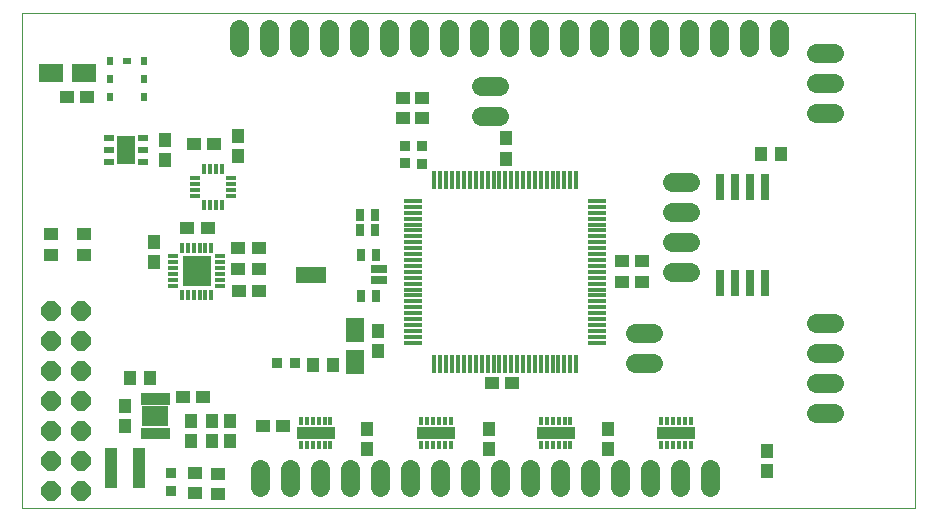
<source format=gts>
G75*
%MOIN*%
%OFA0B0*%
%FSLAX25Y25*%
%IPPOS*%
%LPD*%
%AMOC8*
5,1,8,0,0,1.08239X$1,22.5*
%
%ADD10C,0.00000*%
%ADD11R,0.04731X0.04337*%
%ADD12R,0.04337X0.04731*%
%ADD13R,0.06306X0.08077*%
%ADD14R,0.08865X0.06699*%
%ADD15C,0.00015*%
%ADD16C,0.01581*%
%ADD17R,0.04200X0.13600*%
%ADD18R,0.03550X0.03550*%
%ADD19R,0.01600X0.03000*%
%ADD20R,0.12600X0.04300*%
%ADD21C,0.06400*%
%ADD22R,0.02369X0.02762*%
%ADD23R,0.02762X0.02369*%
%ADD24R,0.08077X0.06306*%
%ADD25R,0.01581X0.03550*%
%ADD26R,0.03550X0.01581*%
%ADD27R,0.03543X0.01575*%
%ADD28R,0.01575X0.03346*%
%ADD29R,0.09646X0.10433*%
%ADD30R,0.05912X0.01581*%
%ADD31R,0.01581X0.05912*%
%ADD32R,0.03156X0.03943*%
%ADD33R,0.05400X0.02900*%
%ADD34R,0.10400X0.05400*%
%ADD35R,0.02800X0.09100*%
%ADD36R,0.03200X0.02000*%
%ADD37R,0.06300X0.09800*%
%ADD38OC8,0.06400*%
D10*
X0004700Y0004550D02*
X0004700Y0169550D01*
X0302200Y0169550D01*
X0302200Y0004550D01*
X0004700Y0004550D01*
X0045531Y0033206D02*
X0045533Y0033254D01*
X0045539Y0033302D01*
X0045549Y0033349D01*
X0045562Y0033395D01*
X0045580Y0033440D01*
X0045600Y0033484D01*
X0045625Y0033526D01*
X0045653Y0033565D01*
X0045683Y0033602D01*
X0045717Y0033636D01*
X0045754Y0033668D01*
X0045792Y0033697D01*
X0045833Y0033722D01*
X0045876Y0033744D01*
X0045921Y0033762D01*
X0045967Y0033776D01*
X0046014Y0033787D01*
X0046062Y0033794D01*
X0046110Y0033797D01*
X0046158Y0033796D01*
X0046206Y0033791D01*
X0046254Y0033782D01*
X0046300Y0033770D01*
X0046345Y0033753D01*
X0046389Y0033733D01*
X0046431Y0033710D01*
X0046471Y0033683D01*
X0046509Y0033653D01*
X0046544Y0033620D01*
X0046576Y0033584D01*
X0046606Y0033546D01*
X0046632Y0033505D01*
X0046654Y0033462D01*
X0046674Y0033418D01*
X0046689Y0033373D01*
X0046701Y0033326D01*
X0046709Y0033278D01*
X0046713Y0033230D01*
X0046713Y0033182D01*
X0046709Y0033134D01*
X0046701Y0033086D01*
X0046689Y0033039D01*
X0046674Y0032994D01*
X0046654Y0032950D01*
X0046632Y0032907D01*
X0046606Y0032866D01*
X0046576Y0032828D01*
X0046544Y0032792D01*
X0046509Y0032759D01*
X0046471Y0032729D01*
X0046431Y0032702D01*
X0046389Y0032679D01*
X0046345Y0032659D01*
X0046300Y0032642D01*
X0046254Y0032630D01*
X0046206Y0032621D01*
X0046158Y0032616D01*
X0046110Y0032615D01*
X0046062Y0032618D01*
X0046014Y0032625D01*
X0045967Y0032636D01*
X0045921Y0032650D01*
X0045876Y0032668D01*
X0045833Y0032690D01*
X0045792Y0032715D01*
X0045754Y0032744D01*
X0045717Y0032776D01*
X0045683Y0032810D01*
X0045653Y0032847D01*
X0045625Y0032886D01*
X0045600Y0032928D01*
X0045580Y0032972D01*
X0045562Y0033017D01*
X0045549Y0033063D01*
X0045539Y0033110D01*
X0045533Y0033158D01*
X0045531Y0033206D01*
X0045531Y0037144D02*
X0045533Y0037192D01*
X0045539Y0037240D01*
X0045549Y0037287D01*
X0045562Y0037333D01*
X0045580Y0037378D01*
X0045600Y0037422D01*
X0045625Y0037464D01*
X0045653Y0037503D01*
X0045683Y0037540D01*
X0045717Y0037574D01*
X0045754Y0037606D01*
X0045792Y0037635D01*
X0045833Y0037660D01*
X0045876Y0037682D01*
X0045921Y0037700D01*
X0045967Y0037714D01*
X0046014Y0037725D01*
X0046062Y0037732D01*
X0046110Y0037735D01*
X0046158Y0037734D01*
X0046206Y0037729D01*
X0046254Y0037720D01*
X0046300Y0037708D01*
X0046345Y0037691D01*
X0046389Y0037671D01*
X0046431Y0037648D01*
X0046471Y0037621D01*
X0046509Y0037591D01*
X0046544Y0037558D01*
X0046576Y0037522D01*
X0046606Y0037484D01*
X0046632Y0037443D01*
X0046654Y0037400D01*
X0046674Y0037356D01*
X0046689Y0037311D01*
X0046701Y0037264D01*
X0046709Y0037216D01*
X0046713Y0037168D01*
X0046713Y0037120D01*
X0046709Y0037072D01*
X0046701Y0037024D01*
X0046689Y0036977D01*
X0046674Y0036932D01*
X0046654Y0036888D01*
X0046632Y0036845D01*
X0046606Y0036804D01*
X0046576Y0036766D01*
X0046544Y0036730D01*
X0046509Y0036697D01*
X0046471Y0036667D01*
X0046431Y0036640D01*
X0046389Y0036617D01*
X0046345Y0036597D01*
X0046300Y0036580D01*
X0046254Y0036568D01*
X0046206Y0036559D01*
X0046158Y0036554D01*
X0046110Y0036553D01*
X0046062Y0036556D01*
X0046014Y0036563D01*
X0045967Y0036574D01*
X0045921Y0036588D01*
X0045876Y0036606D01*
X0045833Y0036628D01*
X0045792Y0036653D01*
X0045754Y0036682D01*
X0045717Y0036714D01*
X0045683Y0036748D01*
X0045653Y0036785D01*
X0045625Y0036824D01*
X0045600Y0036866D01*
X0045580Y0036910D01*
X0045562Y0036955D01*
X0045549Y0037001D01*
X0045539Y0037048D01*
X0045533Y0037096D01*
X0045531Y0037144D01*
X0048484Y0035175D02*
X0048486Y0035223D01*
X0048492Y0035271D01*
X0048502Y0035318D01*
X0048515Y0035364D01*
X0048533Y0035409D01*
X0048553Y0035453D01*
X0048578Y0035495D01*
X0048606Y0035534D01*
X0048636Y0035571D01*
X0048670Y0035605D01*
X0048707Y0035637D01*
X0048745Y0035666D01*
X0048786Y0035691D01*
X0048829Y0035713D01*
X0048874Y0035731D01*
X0048920Y0035745D01*
X0048967Y0035756D01*
X0049015Y0035763D01*
X0049063Y0035766D01*
X0049111Y0035765D01*
X0049159Y0035760D01*
X0049207Y0035751D01*
X0049253Y0035739D01*
X0049298Y0035722D01*
X0049342Y0035702D01*
X0049384Y0035679D01*
X0049424Y0035652D01*
X0049462Y0035622D01*
X0049497Y0035589D01*
X0049529Y0035553D01*
X0049559Y0035515D01*
X0049585Y0035474D01*
X0049607Y0035431D01*
X0049627Y0035387D01*
X0049642Y0035342D01*
X0049654Y0035295D01*
X0049662Y0035247D01*
X0049666Y0035199D01*
X0049666Y0035151D01*
X0049662Y0035103D01*
X0049654Y0035055D01*
X0049642Y0035008D01*
X0049627Y0034963D01*
X0049607Y0034919D01*
X0049585Y0034876D01*
X0049559Y0034835D01*
X0049529Y0034797D01*
X0049497Y0034761D01*
X0049462Y0034728D01*
X0049424Y0034698D01*
X0049384Y0034671D01*
X0049342Y0034648D01*
X0049298Y0034628D01*
X0049253Y0034611D01*
X0049207Y0034599D01*
X0049159Y0034590D01*
X0049111Y0034585D01*
X0049063Y0034584D01*
X0049015Y0034587D01*
X0048967Y0034594D01*
X0048920Y0034605D01*
X0048874Y0034619D01*
X0048829Y0034637D01*
X0048786Y0034659D01*
X0048745Y0034684D01*
X0048707Y0034713D01*
X0048670Y0034745D01*
X0048636Y0034779D01*
X0048606Y0034816D01*
X0048578Y0034855D01*
X0048553Y0034897D01*
X0048533Y0034941D01*
X0048515Y0034986D01*
X0048502Y0035032D01*
X0048492Y0035079D01*
X0048486Y0035127D01*
X0048484Y0035175D01*
X0051437Y0033206D02*
X0051439Y0033254D01*
X0051445Y0033302D01*
X0051455Y0033349D01*
X0051468Y0033395D01*
X0051486Y0033440D01*
X0051506Y0033484D01*
X0051531Y0033526D01*
X0051559Y0033565D01*
X0051589Y0033602D01*
X0051623Y0033636D01*
X0051660Y0033668D01*
X0051698Y0033697D01*
X0051739Y0033722D01*
X0051782Y0033744D01*
X0051827Y0033762D01*
X0051873Y0033776D01*
X0051920Y0033787D01*
X0051968Y0033794D01*
X0052016Y0033797D01*
X0052064Y0033796D01*
X0052112Y0033791D01*
X0052160Y0033782D01*
X0052206Y0033770D01*
X0052251Y0033753D01*
X0052295Y0033733D01*
X0052337Y0033710D01*
X0052377Y0033683D01*
X0052415Y0033653D01*
X0052450Y0033620D01*
X0052482Y0033584D01*
X0052512Y0033546D01*
X0052538Y0033505D01*
X0052560Y0033462D01*
X0052580Y0033418D01*
X0052595Y0033373D01*
X0052607Y0033326D01*
X0052615Y0033278D01*
X0052619Y0033230D01*
X0052619Y0033182D01*
X0052615Y0033134D01*
X0052607Y0033086D01*
X0052595Y0033039D01*
X0052580Y0032994D01*
X0052560Y0032950D01*
X0052538Y0032907D01*
X0052512Y0032866D01*
X0052482Y0032828D01*
X0052450Y0032792D01*
X0052415Y0032759D01*
X0052377Y0032729D01*
X0052337Y0032702D01*
X0052295Y0032679D01*
X0052251Y0032659D01*
X0052206Y0032642D01*
X0052160Y0032630D01*
X0052112Y0032621D01*
X0052064Y0032616D01*
X0052016Y0032615D01*
X0051968Y0032618D01*
X0051920Y0032625D01*
X0051873Y0032636D01*
X0051827Y0032650D01*
X0051782Y0032668D01*
X0051739Y0032690D01*
X0051698Y0032715D01*
X0051660Y0032744D01*
X0051623Y0032776D01*
X0051589Y0032810D01*
X0051559Y0032847D01*
X0051531Y0032886D01*
X0051506Y0032928D01*
X0051486Y0032972D01*
X0051468Y0033017D01*
X0051455Y0033063D01*
X0051445Y0033110D01*
X0051439Y0033158D01*
X0051437Y0033206D01*
X0051437Y0037144D02*
X0051439Y0037192D01*
X0051445Y0037240D01*
X0051455Y0037287D01*
X0051468Y0037333D01*
X0051486Y0037378D01*
X0051506Y0037422D01*
X0051531Y0037464D01*
X0051559Y0037503D01*
X0051589Y0037540D01*
X0051623Y0037574D01*
X0051660Y0037606D01*
X0051698Y0037635D01*
X0051739Y0037660D01*
X0051782Y0037682D01*
X0051827Y0037700D01*
X0051873Y0037714D01*
X0051920Y0037725D01*
X0051968Y0037732D01*
X0052016Y0037735D01*
X0052064Y0037734D01*
X0052112Y0037729D01*
X0052160Y0037720D01*
X0052206Y0037708D01*
X0052251Y0037691D01*
X0052295Y0037671D01*
X0052337Y0037648D01*
X0052377Y0037621D01*
X0052415Y0037591D01*
X0052450Y0037558D01*
X0052482Y0037522D01*
X0052512Y0037484D01*
X0052538Y0037443D01*
X0052560Y0037400D01*
X0052580Y0037356D01*
X0052595Y0037311D01*
X0052607Y0037264D01*
X0052615Y0037216D01*
X0052619Y0037168D01*
X0052619Y0037120D01*
X0052615Y0037072D01*
X0052607Y0037024D01*
X0052595Y0036977D01*
X0052580Y0036932D01*
X0052560Y0036888D01*
X0052538Y0036845D01*
X0052512Y0036804D01*
X0052482Y0036766D01*
X0052450Y0036730D01*
X0052415Y0036697D01*
X0052377Y0036667D01*
X0052337Y0036640D01*
X0052295Y0036617D01*
X0052251Y0036597D01*
X0052206Y0036580D01*
X0052160Y0036568D01*
X0052112Y0036559D01*
X0052064Y0036554D01*
X0052016Y0036553D01*
X0051968Y0036556D01*
X0051920Y0036563D01*
X0051873Y0036574D01*
X0051827Y0036588D01*
X0051782Y0036606D01*
X0051739Y0036628D01*
X0051698Y0036653D01*
X0051660Y0036682D01*
X0051623Y0036714D01*
X0051589Y0036748D01*
X0051559Y0036785D01*
X0051531Y0036824D01*
X0051506Y0036866D01*
X0051486Y0036910D01*
X0051468Y0036955D01*
X0051455Y0037001D01*
X0051445Y0037048D01*
X0051439Y0037096D01*
X0051437Y0037144D01*
D11*
X0058229Y0041425D03*
X0064921Y0041425D03*
X0084954Y0031850D03*
X0091646Y0031850D03*
X0069900Y0015896D03*
X0062200Y0015971D03*
X0062200Y0009279D03*
X0069900Y0009204D03*
X0161304Y0046000D03*
X0167996Y0046000D03*
X0204654Y0079750D03*
X0211346Y0079750D03*
X0211346Y0086650D03*
X0204654Y0086650D03*
X0137800Y0134504D03*
X0131600Y0134404D03*
X0131600Y0141096D03*
X0137800Y0141196D03*
X0068546Y0125750D03*
X0061854Y0125750D03*
X0026246Y0141450D03*
X0019554Y0141450D03*
X0059754Y0097750D03*
X0066446Y0097750D03*
X0076754Y0091050D03*
X0083446Y0091050D03*
X0083446Y0084250D03*
X0076754Y0084250D03*
X0076954Y0076650D03*
X0083646Y0076650D03*
X0025300Y0088904D03*
X0025300Y0095596D03*
X0014100Y0095596D03*
X0014100Y0088904D03*
D12*
X0048500Y0086404D03*
X0048500Y0093096D03*
X0052300Y0120504D03*
X0052300Y0127196D03*
X0076600Y0128496D03*
X0076600Y0121804D03*
X0166000Y0120904D03*
X0166000Y0127596D03*
X0250954Y0122450D03*
X0257646Y0122450D03*
X0123100Y0063396D03*
X0123100Y0056704D03*
X0108246Y0052250D03*
X0101554Y0052250D03*
X0074075Y0033521D03*
X0067775Y0033521D03*
X0067775Y0026829D03*
X0074075Y0026829D03*
X0060875Y0026829D03*
X0060875Y0033521D03*
X0039075Y0031829D03*
X0039075Y0038521D03*
X0040729Y0047675D03*
X0047421Y0047675D03*
X0119700Y0030796D03*
X0119700Y0024104D03*
X0160300Y0024104D03*
X0160300Y0030796D03*
X0199900Y0030796D03*
X0199900Y0024104D03*
X0253000Y0023496D03*
X0253000Y0016804D03*
D13*
X0115700Y0053037D03*
X0115700Y0063863D03*
D14*
X0049075Y0035175D03*
D15*
X0049819Y0031234D02*
X0049819Y0027600D01*
X0048331Y0027600D01*
X0048331Y0031234D01*
X0049819Y0031234D01*
X0049819Y0027614D02*
X0048331Y0027614D01*
X0048331Y0027628D02*
X0049819Y0027628D01*
X0049819Y0027642D02*
X0048331Y0027642D01*
X0048331Y0027656D02*
X0049819Y0027656D01*
X0049819Y0027670D02*
X0048331Y0027670D01*
X0048331Y0027684D02*
X0049819Y0027684D01*
X0049819Y0027698D02*
X0048331Y0027698D01*
X0048331Y0027712D02*
X0049819Y0027712D01*
X0049819Y0027726D02*
X0048331Y0027726D01*
X0048331Y0027740D02*
X0049819Y0027740D01*
X0049819Y0027754D02*
X0048331Y0027754D01*
X0048331Y0027768D02*
X0049819Y0027768D01*
X0049819Y0027782D02*
X0048331Y0027782D01*
X0048331Y0027796D02*
X0049819Y0027796D01*
X0049819Y0027810D02*
X0048331Y0027810D01*
X0048331Y0027824D02*
X0049819Y0027824D01*
X0049819Y0027838D02*
X0048331Y0027838D01*
X0048331Y0027852D02*
X0049819Y0027852D01*
X0049819Y0027866D02*
X0048331Y0027866D01*
X0048331Y0027880D02*
X0049819Y0027880D01*
X0049819Y0027894D02*
X0048331Y0027894D01*
X0048331Y0027908D02*
X0049819Y0027908D01*
X0049819Y0027922D02*
X0048331Y0027922D01*
X0048331Y0027936D02*
X0049819Y0027936D01*
X0049819Y0027950D02*
X0048331Y0027950D01*
X0048331Y0027964D02*
X0049819Y0027964D01*
X0049819Y0027978D02*
X0048331Y0027978D01*
X0048331Y0027992D02*
X0049819Y0027992D01*
X0049819Y0028006D02*
X0048331Y0028006D01*
X0048331Y0028020D02*
X0049819Y0028020D01*
X0049819Y0028034D02*
X0048331Y0028034D01*
X0048331Y0028048D02*
X0049819Y0028048D01*
X0049819Y0028062D02*
X0048331Y0028062D01*
X0048331Y0028076D02*
X0049819Y0028076D01*
X0049819Y0028090D02*
X0048331Y0028090D01*
X0048331Y0028104D02*
X0049819Y0028104D01*
X0049819Y0028118D02*
X0048331Y0028118D01*
X0048331Y0028132D02*
X0049819Y0028132D01*
X0049819Y0028146D02*
X0048331Y0028146D01*
X0048331Y0028160D02*
X0049819Y0028160D01*
X0049819Y0028174D02*
X0048331Y0028174D01*
X0048331Y0028188D02*
X0049819Y0028188D01*
X0049819Y0028202D02*
X0048331Y0028202D01*
X0048331Y0028216D02*
X0049819Y0028216D01*
X0049819Y0028230D02*
X0048331Y0028230D01*
X0048331Y0028244D02*
X0049819Y0028244D01*
X0049819Y0028258D02*
X0048331Y0028258D01*
X0048331Y0028272D02*
X0049819Y0028272D01*
X0049819Y0028286D02*
X0048331Y0028286D01*
X0048331Y0028300D02*
X0049819Y0028300D01*
X0049819Y0028314D02*
X0048331Y0028314D01*
X0048331Y0028328D02*
X0049819Y0028328D01*
X0049819Y0028342D02*
X0048331Y0028342D01*
X0048331Y0028356D02*
X0049819Y0028356D01*
X0049819Y0028370D02*
X0048331Y0028370D01*
X0048331Y0028384D02*
X0049819Y0028384D01*
X0049819Y0028398D02*
X0048331Y0028398D01*
X0048331Y0028412D02*
X0049819Y0028412D01*
X0049819Y0028426D02*
X0048331Y0028426D01*
X0048331Y0028440D02*
X0049819Y0028440D01*
X0049819Y0028454D02*
X0048331Y0028454D01*
X0048331Y0028468D02*
X0049819Y0028468D01*
X0049819Y0028482D02*
X0048331Y0028482D01*
X0048331Y0028496D02*
X0049819Y0028496D01*
X0049819Y0028510D02*
X0048331Y0028510D01*
X0048331Y0028524D02*
X0049819Y0028524D01*
X0049819Y0028538D02*
X0048331Y0028538D01*
X0048331Y0028552D02*
X0049819Y0028552D01*
X0049819Y0028566D02*
X0048331Y0028566D01*
X0048331Y0028580D02*
X0049819Y0028580D01*
X0049819Y0028594D02*
X0048331Y0028594D01*
X0048331Y0028608D02*
X0049819Y0028608D01*
X0049819Y0028622D02*
X0048331Y0028622D01*
X0048331Y0028636D02*
X0049819Y0028636D01*
X0049819Y0028650D02*
X0048331Y0028650D01*
X0048331Y0028664D02*
X0049819Y0028664D01*
X0049819Y0028678D02*
X0048331Y0028678D01*
X0048331Y0028692D02*
X0049819Y0028692D01*
X0049819Y0028706D02*
X0048331Y0028706D01*
X0048331Y0028720D02*
X0049819Y0028720D01*
X0049819Y0028734D02*
X0048331Y0028734D01*
X0048331Y0028748D02*
X0049819Y0028748D01*
X0049819Y0028762D02*
X0048331Y0028762D01*
X0048331Y0028776D02*
X0049819Y0028776D01*
X0049819Y0028790D02*
X0048331Y0028790D01*
X0048331Y0028804D02*
X0049819Y0028804D01*
X0049819Y0028818D02*
X0048331Y0028818D01*
X0048331Y0028832D02*
X0049819Y0028832D01*
X0049819Y0028846D02*
X0048331Y0028846D01*
X0048331Y0028860D02*
X0049819Y0028860D01*
X0049819Y0028874D02*
X0048331Y0028874D01*
X0048331Y0028888D02*
X0049819Y0028888D01*
X0049819Y0028902D02*
X0048331Y0028902D01*
X0048331Y0028916D02*
X0049819Y0028916D01*
X0049819Y0028930D02*
X0048331Y0028930D01*
X0048331Y0028944D02*
X0049819Y0028944D01*
X0049819Y0028958D02*
X0048331Y0028958D01*
X0048331Y0028972D02*
X0049819Y0028972D01*
X0049819Y0028986D02*
X0048331Y0028986D01*
X0048331Y0029000D02*
X0049819Y0029000D01*
X0049819Y0029014D02*
X0048331Y0029014D01*
X0048331Y0029028D02*
X0049819Y0029028D01*
X0049819Y0029042D02*
X0048331Y0029042D01*
X0048331Y0029056D02*
X0049819Y0029056D01*
X0049819Y0029070D02*
X0048331Y0029070D01*
X0048331Y0029084D02*
X0049819Y0029084D01*
X0049819Y0029098D02*
X0048331Y0029098D01*
X0048331Y0029112D02*
X0049819Y0029112D01*
X0049819Y0029126D02*
X0048331Y0029126D01*
X0048331Y0029140D02*
X0049819Y0029140D01*
X0049819Y0029154D02*
X0048331Y0029154D01*
X0048331Y0029168D02*
X0049819Y0029168D01*
X0049819Y0029182D02*
X0048331Y0029182D01*
X0048331Y0029196D02*
X0049819Y0029196D01*
X0049819Y0029210D02*
X0048331Y0029210D01*
X0048331Y0029224D02*
X0049819Y0029224D01*
X0049819Y0029238D02*
X0048331Y0029238D01*
X0048331Y0029252D02*
X0049819Y0029252D01*
X0049819Y0029266D02*
X0048331Y0029266D01*
X0048331Y0029280D02*
X0049819Y0029280D01*
X0049819Y0029294D02*
X0048331Y0029294D01*
X0048331Y0029308D02*
X0049819Y0029308D01*
X0049819Y0029322D02*
X0048331Y0029322D01*
X0048331Y0029336D02*
X0049819Y0029336D01*
X0049819Y0029350D02*
X0048331Y0029350D01*
X0048331Y0029364D02*
X0049819Y0029364D01*
X0049819Y0029378D02*
X0048331Y0029378D01*
X0048331Y0029392D02*
X0049819Y0029392D01*
X0049819Y0029406D02*
X0048331Y0029406D01*
X0048331Y0029420D02*
X0049819Y0029420D01*
X0049819Y0029434D02*
X0048331Y0029434D01*
X0048331Y0029448D02*
X0049819Y0029448D01*
X0049819Y0029462D02*
X0048331Y0029462D01*
X0048331Y0029476D02*
X0049819Y0029476D01*
X0049819Y0029490D02*
X0048331Y0029490D01*
X0048331Y0029504D02*
X0049819Y0029504D01*
X0049819Y0029518D02*
X0048331Y0029518D01*
X0048331Y0029532D02*
X0049819Y0029532D01*
X0049819Y0029546D02*
X0048331Y0029546D01*
X0048331Y0029560D02*
X0049819Y0029560D01*
X0049819Y0029574D02*
X0048331Y0029574D01*
X0048331Y0029588D02*
X0049819Y0029588D01*
X0049819Y0029602D02*
X0048331Y0029602D01*
X0048331Y0029616D02*
X0049819Y0029616D01*
X0049819Y0029630D02*
X0048331Y0029630D01*
X0048331Y0029644D02*
X0049819Y0029644D01*
X0049819Y0029658D02*
X0048331Y0029658D01*
X0048331Y0029672D02*
X0049819Y0029672D01*
X0049819Y0029686D02*
X0048331Y0029686D01*
X0048331Y0029700D02*
X0049819Y0029700D01*
X0049819Y0029714D02*
X0048331Y0029714D01*
X0048331Y0029728D02*
X0049819Y0029728D01*
X0049819Y0029742D02*
X0048331Y0029742D01*
X0048331Y0029756D02*
X0049819Y0029756D01*
X0049819Y0029770D02*
X0048331Y0029770D01*
X0048331Y0029784D02*
X0049819Y0029784D01*
X0049819Y0029798D02*
X0048331Y0029798D01*
X0048331Y0029812D02*
X0049819Y0029812D01*
X0049819Y0029826D02*
X0048331Y0029826D01*
X0048331Y0029840D02*
X0049819Y0029840D01*
X0049819Y0029854D02*
X0048331Y0029854D01*
X0048331Y0029868D02*
X0049819Y0029868D01*
X0049819Y0029882D02*
X0048331Y0029882D01*
X0048331Y0029896D02*
X0049819Y0029896D01*
X0049819Y0029910D02*
X0048331Y0029910D01*
X0048331Y0029924D02*
X0049819Y0029924D01*
X0049819Y0029938D02*
X0048331Y0029938D01*
X0048331Y0029952D02*
X0049819Y0029952D01*
X0049819Y0029966D02*
X0048331Y0029966D01*
X0048331Y0029980D02*
X0049819Y0029980D01*
X0049819Y0029994D02*
X0048331Y0029994D01*
X0048331Y0030008D02*
X0049819Y0030008D01*
X0049819Y0030022D02*
X0048331Y0030022D01*
X0048331Y0030036D02*
X0049819Y0030036D01*
X0049819Y0030050D02*
X0048331Y0030050D01*
X0048331Y0030064D02*
X0049819Y0030064D01*
X0049819Y0030078D02*
X0048331Y0030078D01*
X0048331Y0030092D02*
X0049819Y0030092D01*
X0049819Y0030106D02*
X0048331Y0030106D01*
X0048331Y0030120D02*
X0049819Y0030120D01*
X0049819Y0030134D02*
X0048331Y0030134D01*
X0048331Y0030148D02*
X0049819Y0030148D01*
X0049819Y0030162D02*
X0048331Y0030162D01*
X0048331Y0030176D02*
X0049819Y0030176D01*
X0049819Y0030190D02*
X0048331Y0030190D01*
X0048331Y0030204D02*
X0049819Y0030204D01*
X0049819Y0030218D02*
X0048331Y0030218D01*
X0048331Y0030232D02*
X0049819Y0030232D01*
X0049819Y0030246D02*
X0048331Y0030246D01*
X0048331Y0030260D02*
X0049819Y0030260D01*
X0049819Y0030274D02*
X0048331Y0030274D01*
X0048331Y0030288D02*
X0049819Y0030288D01*
X0049819Y0030302D02*
X0048331Y0030302D01*
X0048331Y0030316D02*
X0049819Y0030316D01*
X0049819Y0030330D02*
X0048331Y0030330D01*
X0048331Y0030344D02*
X0049819Y0030344D01*
X0049819Y0030358D02*
X0048331Y0030358D01*
X0048331Y0030372D02*
X0049819Y0030372D01*
X0049819Y0030386D02*
X0048331Y0030386D01*
X0048331Y0030400D02*
X0049819Y0030400D01*
X0049819Y0030414D02*
X0048331Y0030414D01*
X0048331Y0030428D02*
X0049819Y0030428D01*
X0049819Y0030442D02*
X0048331Y0030442D01*
X0048331Y0030456D02*
X0049819Y0030456D01*
X0049819Y0030470D02*
X0048331Y0030470D01*
X0048331Y0030484D02*
X0049819Y0030484D01*
X0049819Y0030498D02*
X0048331Y0030498D01*
X0048331Y0030512D02*
X0049819Y0030512D01*
X0049819Y0030526D02*
X0048331Y0030526D01*
X0048331Y0030540D02*
X0049819Y0030540D01*
X0049819Y0030554D02*
X0048331Y0030554D01*
X0048331Y0030568D02*
X0049819Y0030568D01*
X0049819Y0030582D02*
X0048331Y0030582D01*
X0048331Y0030596D02*
X0049819Y0030596D01*
X0049819Y0030610D02*
X0048331Y0030610D01*
X0048331Y0030624D02*
X0049819Y0030624D01*
X0049819Y0030638D02*
X0048331Y0030638D01*
X0048331Y0030652D02*
X0049819Y0030652D01*
X0049819Y0030666D02*
X0048331Y0030666D01*
X0048331Y0030680D02*
X0049819Y0030680D01*
X0049819Y0030694D02*
X0048331Y0030694D01*
X0048331Y0030708D02*
X0049819Y0030708D01*
X0049819Y0030722D02*
X0048331Y0030722D01*
X0048331Y0030736D02*
X0049819Y0030736D01*
X0049819Y0030750D02*
X0048331Y0030750D01*
X0048331Y0030764D02*
X0049819Y0030764D01*
X0049819Y0030778D02*
X0048331Y0030778D01*
X0048331Y0030792D02*
X0049819Y0030792D01*
X0049819Y0030806D02*
X0048331Y0030806D01*
X0048331Y0030820D02*
X0049819Y0030820D01*
X0049819Y0030834D02*
X0048331Y0030834D01*
X0048331Y0030848D02*
X0049819Y0030848D01*
X0049819Y0030862D02*
X0048331Y0030862D01*
X0048331Y0030876D02*
X0049819Y0030876D01*
X0049819Y0030890D02*
X0048331Y0030890D01*
X0048331Y0030904D02*
X0049819Y0030904D01*
X0049819Y0030918D02*
X0048331Y0030918D01*
X0048331Y0030932D02*
X0049819Y0030932D01*
X0049819Y0030946D02*
X0048331Y0030946D01*
X0048331Y0030960D02*
X0049819Y0030960D01*
X0049819Y0030974D02*
X0048331Y0030974D01*
X0048331Y0030988D02*
X0049819Y0030988D01*
X0049819Y0031002D02*
X0048331Y0031002D01*
X0048331Y0031016D02*
X0049819Y0031016D01*
X0049819Y0031030D02*
X0048331Y0031030D01*
X0048331Y0031044D02*
X0049819Y0031044D01*
X0049819Y0031058D02*
X0048331Y0031058D01*
X0048331Y0031072D02*
X0049819Y0031072D01*
X0049819Y0031086D02*
X0048331Y0031086D01*
X0048331Y0031100D02*
X0049819Y0031100D01*
X0049819Y0031114D02*
X0048331Y0031114D01*
X0048331Y0031128D02*
X0049819Y0031128D01*
X0049819Y0031142D02*
X0048331Y0031142D01*
X0048331Y0031156D02*
X0049819Y0031156D01*
X0049819Y0031170D02*
X0048331Y0031170D01*
X0048331Y0031184D02*
X0049819Y0031184D01*
X0049819Y0031198D02*
X0048331Y0031198D01*
X0048331Y0031212D02*
X0049819Y0031212D01*
X0049819Y0031226D02*
X0048331Y0031226D01*
X0047850Y0031234D02*
X0047850Y0027600D01*
X0046362Y0027600D01*
X0046362Y0031234D01*
X0047850Y0031234D01*
X0047850Y0027614D02*
X0046362Y0027614D01*
X0046362Y0027628D02*
X0047850Y0027628D01*
X0047850Y0027642D02*
X0046362Y0027642D01*
X0046362Y0027656D02*
X0047850Y0027656D01*
X0047850Y0027670D02*
X0046362Y0027670D01*
X0046362Y0027684D02*
X0047850Y0027684D01*
X0047850Y0027698D02*
X0046362Y0027698D01*
X0046362Y0027712D02*
X0047850Y0027712D01*
X0047850Y0027726D02*
X0046362Y0027726D01*
X0046362Y0027740D02*
X0047850Y0027740D01*
X0047850Y0027754D02*
X0046362Y0027754D01*
X0046362Y0027768D02*
X0047850Y0027768D01*
X0047850Y0027782D02*
X0046362Y0027782D01*
X0046362Y0027796D02*
X0047850Y0027796D01*
X0047850Y0027810D02*
X0046362Y0027810D01*
X0046362Y0027824D02*
X0047850Y0027824D01*
X0047850Y0027838D02*
X0046362Y0027838D01*
X0046362Y0027852D02*
X0047850Y0027852D01*
X0047850Y0027866D02*
X0046362Y0027866D01*
X0046362Y0027880D02*
X0047850Y0027880D01*
X0047850Y0027894D02*
X0046362Y0027894D01*
X0046362Y0027908D02*
X0047850Y0027908D01*
X0047850Y0027922D02*
X0046362Y0027922D01*
X0046362Y0027936D02*
X0047850Y0027936D01*
X0047850Y0027950D02*
X0046362Y0027950D01*
X0046362Y0027964D02*
X0047850Y0027964D01*
X0047850Y0027978D02*
X0046362Y0027978D01*
X0046362Y0027992D02*
X0047850Y0027992D01*
X0047850Y0028006D02*
X0046362Y0028006D01*
X0046362Y0028020D02*
X0047850Y0028020D01*
X0047850Y0028034D02*
X0046362Y0028034D01*
X0046362Y0028048D02*
X0047850Y0028048D01*
X0047850Y0028062D02*
X0046362Y0028062D01*
X0046362Y0028076D02*
X0047850Y0028076D01*
X0047850Y0028090D02*
X0046362Y0028090D01*
X0046362Y0028104D02*
X0047850Y0028104D01*
X0047850Y0028118D02*
X0046362Y0028118D01*
X0046362Y0028132D02*
X0047850Y0028132D01*
X0047850Y0028146D02*
X0046362Y0028146D01*
X0046362Y0028160D02*
X0047850Y0028160D01*
X0047850Y0028174D02*
X0046362Y0028174D01*
X0046362Y0028188D02*
X0047850Y0028188D01*
X0047850Y0028202D02*
X0046362Y0028202D01*
X0046362Y0028216D02*
X0047850Y0028216D01*
X0047850Y0028230D02*
X0046362Y0028230D01*
X0046362Y0028244D02*
X0047850Y0028244D01*
X0047850Y0028258D02*
X0046362Y0028258D01*
X0046362Y0028272D02*
X0047850Y0028272D01*
X0047850Y0028286D02*
X0046362Y0028286D01*
X0046362Y0028300D02*
X0047850Y0028300D01*
X0047850Y0028314D02*
X0046362Y0028314D01*
X0046362Y0028328D02*
X0047850Y0028328D01*
X0047850Y0028342D02*
X0046362Y0028342D01*
X0046362Y0028356D02*
X0047850Y0028356D01*
X0047850Y0028370D02*
X0046362Y0028370D01*
X0046362Y0028384D02*
X0047850Y0028384D01*
X0047850Y0028398D02*
X0046362Y0028398D01*
X0046362Y0028412D02*
X0047850Y0028412D01*
X0047850Y0028426D02*
X0046362Y0028426D01*
X0046362Y0028440D02*
X0047850Y0028440D01*
X0047850Y0028454D02*
X0046362Y0028454D01*
X0046362Y0028468D02*
X0047850Y0028468D01*
X0047850Y0028482D02*
X0046362Y0028482D01*
X0046362Y0028496D02*
X0047850Y0028496D01*
X0047850Y0028510D02*
X0046362Y0028510D01*
X0046362Y0028524D02*
X0047850Y0028524D01*
X0047850Y0028538D02*
X0046362Y0028538D01*
X0046362Y0028552D02*
X0047850Y0028552D01*
X0047850Y0028566D02*
X0046362Y0028566D01*
X0046362Y0028580D02*
X0047850Y0028580D01*
X0047850Y0028594D02*
X0046362Y0028594D01*
X0046362Y0028608D02*
X0047850Y0028608D01*
X0047850Y0028622D02*
X0046362Y0028622D01*
X0046362Y0028636D02*
X0047850Y0028636D01*
X0047850Y0028650D02*
X0046362Y0028650D01*
X0046362Y0028664D02*
X0047850Y0028664D01*
X0047850Y0028678D02*
X0046362Y0028678D01*
X0046362Y0028692D02*
X0047850Y0028692D01*
X0047850Y0028706D02*
X0046362Y0028706D01*
X0046362Y0028720D02*
X0047850Y0028720D01*
X0047850Y0028734D02*
X0046362Y0028734D01*
X0046362Y0028748D02*
X0047850Y0028748D01*
X0047850Y0028762D02*
X0046362Y0028762D01*
X0046362Y0028776D02*
X0047850Y0028776D01*
X0047850Y0028790D02*
X0046362Y0028790D01*
X0046362Y0028804D02*
X0047850Y0028804D01*
X0047850Y0028818D02*
X0046362Y0028818D01*
X0046362Y0028832D02*
X0047850Y0028832D01*
X0047850Y0028846D02*
X0046362Y0028846D01*
X0046362Y0028860D02*
X0047850Y0028860D01*
X0047850Y0028874D02*
X0046362Y0028874D01*
X0046362Y0028888D02*
X0047850Y0028888D01*
X0047850Y0028902D02*
X0046362Y0028902D01*
X0046362Y0028916D02*
X0047850Y0028916D01*
X0047850Y0028930D02*
X0046362Y0028930D01*
X0046362Y0028944D02*
X0047850Y0028944D01*
X0047850Y0028958D02*
X0046362Y0028958D01*
X0046362Y0028972D02*
X0047850Y0028972D01*
X0047850Y0028986D02*
X0046362Y0028986D01*
X0046362Y0029000D02*
X0047850Y0029000D01*
X0047850Y0029014D02*
X0046362Y0029014D01*
X0046362Y0029028D02*
X0047850Y0029028D01*
X0047850Y0029042D02*
X0046362Y0029042D01*
X0046362Y0029056D02*
X0047850Y0029056D01*
X0047850Y0029070D02*
X0046362Y0029070D01*
X0046362Y0029084D02*
X0047850Y0029084D01*
X0047850Y0029098D02*
X0046362Y0029098D01*
X0046362Y0029112D02*
X0047850Y0029112D01*
X0047850Y0029126D02*
X0046362Y0029126D01*
X0046362Y0029140D02*
X0047850Y0029140D01*
X0047850Y0029154D02*
X0046362Y0029154D01*
X0046362Y0029168D02*
X0047850Y0029168D01*
X0047850Y0029182D02*
X0046362Y0029182D01*
X0046362Y0029196D02*
X0047850Y0029196D01*
X0047850Y0029210D02*
X0046362Y0029210D01*
X0046362Y0029224D02*
X0047850Y0029224D01*
X0047850Y0029238D02*
X0046362Y0029238D01*
X0046362Y0029252D02*
X0047850Y0029252D01*
X0047850Y0029266D02*
X0046362Y0029266D01*
X0046362Y0029280D02*
X0047850Y0029280D01*
X0047850Y0029294D02*
X0046362Y0029294D01*
X0046362Y0029308D02*
X0047850Y0029308D01*
X0047850Y0029322D02*
X0046362Y0029322D01*
X0046362Y0029336D02*
X0047850Y0029336D01*
X0047850Y0029350D02*
X0046362Y0029350D01*
X0046362Y0029364D02*
X0047850Y0029364D01*
X0047850Y0029378D02*
X0046362Y0029378D01*
X0046362Y0029392D02*
X0047850Y0029392D01*
X0047850Y0029406D02*
X0046362Y0029406D01*
X0046362Y0029420D02*
X0047850Y0029420D01*
X0047850Y0029434D02*
X0046362Y0029434D01*
X0046362Y0029448D02*
X0047850Y0029448D01*
X0047850Y0029462D02*
X0046362Y0029462D01*
X0046362Y0029476D02*
X0047850Y0029476D01*
X0047850Y0029490D02*
X0046362Y0029490D01*
X0046362Y0029504D02*
X0047850Y0029504D01*
X0047850Y0029518D02*
X0046362Y0029518D01*
X0046362Y0029532D02*
X0047850Y0029532D01*
X0047850Y0029546D02*
X0046362Y0029546D01*
X0046362Y0029560D02*
X0047850Y0029560D01*
X0047850Y0029574D02*
X0046362Y0029574D01*
X0046362Y0029588D02*
X0047850Y0029588D01*
X0047850Y0029602D02*
X0046362Y0029602D01*
X0046362Y0029616D02*
X0047850Y0029616D01*
X0047850Y0029630D02*
X0046362Y0029630D01*
X0046362Y0029644D02*
X0047850Y0029644D01*
X0047850Y0029658D02*
X0046362Y0029658D01*
X0046362Y0029672D02*
X0047850Y0029672D01*
X0047850Y0029686D02*
X0046362Y0029686D01*
X0046362Y0029700D02*
X0047850Y0029700D01*
X0047850Y0029714D02*
X0046362Y0029714D01*
X0046362Y0029728D02*
X0047850Y0029728D01*
X0047850Y0029742D02*
X0046362Y0029742D01*
X0046362Y0029756D02*
X0047850Y0029756D01*
X0047850Y0029770D02*
X0046362Y0029770D01*
X0046362Y0029784D02*
X0047850Y0029784D01*
X0047850Y0029798D02*
X0046362Y0029798D01*
X0046362Y0029812D02*
X0047850Y0029812D01*
X0047850Y0029826D02*
X0046362Y0029826D01*
X0046362Y0029840D02*
X0047850Y0029840D01*
X0047850Y0029854D02*
X0046362Y0029854D01*
X0046362Y0029868D02*
X0047850Y0029868D01*
X0047850Y0029882D02*
X0046362Y0029882D01*
X0046362Y0029896D02*
X0047850Y0029896D01*
X0047850Y0029910D02*
X0046362Y0029910D01*
X0046362Y0029924D02*
X0047850Y0029924D01*
X0047850Y0029938D02*
X0046362Y0029938D01*
X0046362Y0029952D02*
X0047850Y0029952D01*
X0047850Y0029966D02*
X0046362Y0029966D01*
X0046362Y0029980D02*
X0047850Y0029980D01*
X0047850Y0029994D02*
X0046362Y0029994D01*
X0046362Y0030008D02*
X0047850Y0030008D01*
X0047850Y0030022D02*
X0046362Y0030022D01*
X0046362Y0030036D02*
X0047850Y0030036D01*
X0047850Y0030050D02*
X0046362Y0030050D01*
X0046362Y0030064D02*
X0047850Y0030064D01*
X0047850Y0030078D02*
X0046362Y0030078D01*
X0046362Y0030092D02*
X0047850Y0030092D01*
X0047850Y0030106D02*
X0046362Y0030106D01*
X0046362Y0030120D02*
X0047850Y0030120D01*
X0047850Y0030134D02*
X0046362Y0030134D01*
X0046362Y0030148D02*
X0047850Y0030148D01*
X0047850Y0030162D02*
X0046362Y0030162D01*
X0046362Y0030176D02*
X0047850Y0030176D01*
X0047850Y0030190D02*
X0046362Y0030190D01*
X0046362Y0030204D02*
X0047850Y0030204D01*
X0047850Y0030218D02*
X0046362Y0030218D01*
X0046362Y0030232D02*
X0047850Y0030232D01*
X0047850Y0030246D02*
X0046362Y0030246D01*
X0046362Y0030260D02*
X0047850Y0030260D01*
X0047850Y0030274D02*
X0046362Y0030274D01*
X0046362Y0030288D02*
X0047850Y0030288D01*
X0047850Y0030302D02*
X0046362Y0030302D01*
X0046362Y0030316D02*
X0047850Y0030316D01*
X0047850Y0030330D02*
X0046362Y0030330D01*
X0046362Y0030344D02*
X0047850Y0030344D01*
X0047850Y0030358D02*
X0046362Y0030358D01*
X0046362Y0030372D02*
X0047850Y0030372D01*
X0047850Y0030386D02*
X0046362Y0030386D01*
X0046362Y0030400D02*
X0047850Y0030400D01*
X0047850Y0030414D02*
X0046362Y0030414D01*
X0046362Y0030428D02*
X0047850Y0030428D01*
X0047850Y0030442D02*
X0046362Y0030442D01*
X0046362Y0030456D02*
X0047850Y0030456D01*
X0047850Y0030470D02*
X0046362Y0030470D01*
X0046362Y0030484D02*
X0047850Y0030484D01*
X0047850Y0030498D02*
X0046362Y0030498D01*
X0046362Y0030512D02*
X0047850Y0030512D01*
X0047850Y0030526D02*
X0046362Y0030526D01*
X0046362Y0030540D02*
X0047850Y0030540D01*
X0047850Y0030554D02*
X0046362Y0030554D01*
X0046362Y0030568D02*
X0047850Y0030568D01*
X0047850Y0030582D02*
X0046362Y0030582D01*
X0046362Y0030596D02*
X0047850Y0030596D01*
X0047850Y0030610D02*
X0046362Y0030610D01*
X0046362Y0030624D02*
X0047850Y0030624D01*
X0047850Y0030638D02*
X0046362Y0030638D01*
X0046362Y0030652D02*
X0047850Y0030652D01*
X0047850Y0030666D02*
X0046362Y0030666D01*
X0046362Y0030680D02*
X0047850Y0030680D01*
X0047850Y0030694D02*
X0046362Y0030694D01*
X0046362Y0030708D02*
X0047850Y0030708D01*
X0047850Y0030722D02*
X0046362Y0030722D01*
X0046362Y0030736D02*
X0047850Y0030736D01*
X0047850Y0030750D02*
X0046362Y0030750D01*
X0046362Y0030764D02*
X0047850Y0030764D01*
X0047850Y0030778D02*
X0046362Y0030778D01*
X0046362Y0030792D02*
X0047850Y0030792D01*
X0047850Y0030806D02*
X0046362Y0030806D01*
X0046362Y0030820D02*
X0047850Y0030820D01*
X0047850Y0030834D02*
X0046362Y0030834D01*
X0046362Y0030848D02*
X0047850Y0030848D01*
X0047850Y0030862D02*
X0046362Y0030862D01*
X0046362Y0030876D02*
X0047850Y0030876D01*
X0047850Y0030890D02*
X0046362Y0030890D01*
X0046362Y0030904D02*
X0047850Y0030904D01*
X0047850Y0030918D02*
X0046362Y0030918D01*
X0046362Y0030932D02*
X0047850Y0030932D01*
X0047850Y0030946D02*
X0046362Y0030946D01*
X0046362Y0030960D02*
X0047850Y0030960D01*
X0047850Y0030974D02*
X0046362Y0030974D01*
X0046362Y0030988D02*
X0047850Y0030988D01*
X0047850Y0031002D02*
X0046362Y0031002D01*
X0046362Y0031016D02*
X0047850Y0031016D01*
X0047850Y0031030D02*
X0046362Y0031030D01*
X0046362Y0031044D02*
X0047850Y0031044D01*
X0047850Y0031058D02*
X0046362Y0031058D01*
X0046362Y0031072D02*
X0047850Y0031072D01*
X0047850Y0031086D02*
X0046362Y0031086D01*
X0046362Y0031100D02*
X0047850Y0031100D01*
X0047850Y0031114D02*
X0046362Y0031114D01*
X0046362Y0031128D02*
X0047850Y0031128D01*
X0047850Y0031142D02*
X0046362Y0031142D01*
X0046362Y0031156D02*
X0047850Y0031156D01*
X0047850Y0031170D02*
X0046362Y0031170D01*
X0046362Y0031184D02*
X0047850Y0031184D01*
X0047850Y0031198D02*
X0046362Y0031198D01*
X0046362Y0031212D02*
X0047850Y0031212D01*
X0047850Y0031226D02*
X0046362Y0031226D01*
X0045882Y0031234D02*
X0045882Y0027600D01*
X0044394Y0027600D01*
X0044394Y0031234D01*
X0045882Y0031234D01*
X0045882Y0027614D02*
X0044394Y0027614D01*
X0044394Y0027628D02*
X0045882Y0027628D01*
X0045882Y0027642D02*
X0044394Y0027642D01*
X0044394Y0027656D02*
X0045882Y0027656D01*
X0045882Y0027670D02*
X0044394Y0027670D01*
X0044394Y0027684D02*
X0045882Y0027684D01*
X0045882Y0027698D02*
X0044394Y0027698D01*
X0044394Y0027712D02*
X0045882Y0027712D01*
X0045882Y0027726D02*
X0044394Y0027726D01*
X0044394Y0027740D02*
X0045882Y0027740D01*
X0045882Y0027754D02*
X0044394Y0027754D01*
X0044394Y0027768D02*
X0045882Y0027768D01*
X0045882Y0027782D02*
X0044394Y0027782D01*
X0044394Y0027796D02*
X0045882Y0027796D01*
X0045882Y0027810D02*
X0044394Y0027810D01*
X0044394Y0027824D02*
X0045882Y0027824D01*
X0045882Y0027838D02*
X0044394Y0027838D01*
X0044394Y0027852D02*
X0045882Y0027852D01*
X0045882Y0027866D02*
X0044394Y0027866D01*
X0044394Y0027880D02*
X0045882Y0027880D01*
X0045882Y0027894D02*
X0044394Y0027894D01*
X0044394Y0027908D02*
X0045882Y0027908D01*
X0045882Y0027922D02*
X0044394Y0027922D01*
X0044394Y0027936D02*
X0045882Y0027936D01*
X0045882Y0027950D02*
X0044394Y0027950D01*
X0044394Y0027964D02*
X0045882Y0027964D01*
X0045882Y0027978D02*
X0044394Y0027978D01*
X0044394Y0027992D02*
X0045882Y0027992D01*
X0045882Y0028006D02*
X0044394Y0028006D01*
X0044394Y0028020D02*
X0045882Y0028020D01*
X0045882Y0028034D02*
X0044394Y0028034D01*
X0044394Y0028048D02*
X0045882Y0028048D01*
X0045882Y0028062D02*
X0044394Y0028062D01*
X0044394Y0028076D02*
X0045882Y0028076D01*
X0045882Y0028090D02*
X0044394Y0028090D01*
X0044394Y0028104D02*
X0045882Y0028104D01*
X0045882Y0028118D02*
X0044394Y0028118D01*
X0044394Y0028132D02*
X0045882Y0028132D01*
X0045882Y0028146D02*
X0044394Y0028146D01*
X0044394Y0028160D02*
X0045882Y0028160D01*
X0045882Y0028174D02*
X0044394Y0028174D01*
X0044394Y0028188D02*
X0045882Y0028188D01*
X0045882Y0028202D02*
X0044394Y0028202D01*
X0044394Y0028216D02*
X0045882Y0028216D01*
X0045882Y0028230D02*
X0044394Y0028230D01*
X0044394Y0028244D02*
X0045882Y0028244D01*
X0045882Y0028258D02*
X0044394Y0028258D01*
X0044394Y0028272D02*
X0045882Y0028272D01*
X0045882Y0028286D02*
X0044394Y0028286D01*
X0044394Y0028300D02*
X0045882Y0028300D01*
X0045882Y0028314D02*
X0044394Y0028314D01*
X0044394Y0028328D02*
X0045882Y0028328D01*
X0045882Y0028342D02*
X0044394Y0028342D01*
X0044394Y0028356D02*
X0045882Y0028356D01*
X0045882Y0028370D02*
X0044394Y0028370D01*
X0044394Y0028384D02*
X0045882Y0028384D01*
X0045882Y0028398D02*
X0044394Y0028398D01*
X0044394Y0028412D02*
X0045882Y0028412D01*
X0045882Y0028426D02*
X0044394Y0028426D01*
X0044394Y0028440D02*
X0045882Y0028440D01*
X0045882Y0028454D02*
X0044394Y0028454D01*
X0044394Y0028468D02*
X0045882Y0028468D01*
X0045882Y0028482D02*
X0044394Y0028482D01*
X0044394Y0028496D02*
X0045882Y0028496D01*
X0045882Y0028510D02*
X0044394Y0028510D01*
X0044394Y0028524D02*
X0045882Y0028524D01*
X0045882Y0028538D02*
X0044394Y0028538D01*
X0044394Y0028552D02*
X0045882Y0028552D01*
X0045882Y0028566D02*
X0044394Y0028566D01*
X0044394Y0028580D02*
X0045882Y0028580D01*
X0045882Y0028594D02*
X0044394Y0028594D01*
X0044394Y0028608D02*
X0045882Y0028608D01*
X0045882Y0028622D02*
X0044394Y0028622D01*
X0044394Y0028636D02*
X0045882Y0028636D01*
X0045882Y0028650D02*
X0044394Y0028650D01*
X0044394Y0028664D02*
X0045882Y0028664D01*
X0045882Y0028678D02*
X0044394Y0028678D01*
X0044394Y0028692D02*
X0045882Y0028692D01*
X0045882Y0028706D02*
X0044394Y0028706D01*
X0044394Y0028720D02*
X0045882Y0028720D01*
X0045882Y0028734D02*
X0044394Y0028734D01*
X0044394Y0028748D02*
X0045882Y0028748D01*
X0045882Y0028762D02*
X0044394Y0028762D01*
X0044394Y0028776D02*
X0045882Y0028776D01*
X0045882Y0028790D02*
X0044394Y0028790D01*
X0044394Y0028804D02*
X0045882Y0028804D01*
X0045882Y0028818D02*
X0044394Y0028818D01*
X0044394Y0028832D02*
X0045882Y0028832D01*
X0045882Y0028846D02*
X0044394Y0028846D01*
X0044394Y0028860D02*
X0045882Y0028860D01*
X0045882Y0028874D02*
X0044394Y0028874D01*
X0044394Y0028888D02*
X0045882Y0028888D01*
X0045882Y0028902D02*
X0044394Y0028902D01*
X0044394Y0028916D02*
X0045882Y0028916D01*
X0045882Y0028930D02*
X0044394Y0028930D01*
X0044394Y0028944D02*
X0045882Y0028944D01*
X0045882Y0028958D02*
X0044394Y0028958D01*
X0044394Y0028972D02*
X0045882Y0028972D01*
X0045882Y0028986D02*
X0044394Y0028986D01*
X0044394Y0029000D02*
X0045882Y0029000D01*
X0045882Y0029014D02*
X0044394Y0029014D01*
X0044394Y0029028D02*
X0045882Y0029028D01*
X0045882Y0029042D02*
X0044394Y0029042D01*
X0044394Y0029056D02*
X0045882Y0029056D01*
X0045882Y0029070D02*
X0044394Y0029070D01*
X0044394Y0029084D02*
X0045882Y0029084D01*
X0045882Y0029098D02*
X0044394Y0029098D01*
X0044394Y0029112D02*
X0045882Y0029112D01*
X0045882Y0029126D02*
X0044394Y0029126D01*
X0044394Y0029140D02*
X0045882Y0029140D01*
X0045882Y0029154D02*
X0044394Y0029154D01*
X0044394Y0029168D02*
X0045882Y0029168D01*
X0045882Y0029182D02*
X0044394Y0029182D01*
X0044394Y0029196D02*
X0045882Y0029196D01*
X0045882Y0029210D02*
X0044394Y0029210D01*
X0044394Y0029224D02*
X0045882Y0029224D01*
X0045882Y0029238D02*
X0044394Y0029238D01*
X0044394Y0029252D02*
X0045882Y0029252D01*
X0045882Y0029266D02*
X0044394Y0029266D01*
X0044394Y0029280D02*
X0045882Y0029280D01*
X0045882Y0029294D02*
X0044394Y0029294D01*
X0044394Y0029308D02*
X0045882Y0029308D01*
X0045882Y0029322D02*
X0044394Y0029322D01*
X0044394Y0029336D02*
X0045882Y0029336D01*
X0045882Y0029350D02*
X0044394Y0029350D01*
X0044394Y0029364D02*
X0045882Y0029364D01*
X0045882Y0029378D02*
X0044394Y0029378D01*
X0044394Y0029392D02*
X0045882Y0029392D01*
X0045882Y0029406D02*
X0044394Y0029406D01*
X0044394Y0029420D02*
X0045882Y0029420D01*
X0045882Y0029434D02*
X0044394Y0029434D01*
X0044394Y0029448D02*
X0045882Y0029448D01*
X0045882Y0029462D02*
X0044394Y0029462D01*
X0044394Y0029476D02*
X0045882Y0029476D01*
X0045882Y0029490D02*
X0044394Y0029490D01*
X0044394Y0029504D02*
X0045882Y0029504D01*
X0045882Y0029518D02*
X0044394Y0029518D01*
X0044394Y0029532D02*
X0045882Y0029532D01*
X0045882Y0029546D02*
X0044394Y0029546D01*
X0044394Y0029560D02*
X0045882Y0029560D01*
X0045882Y0029574D02*
X0044394Y0029574D01*
X0044394Y0029588D02*
X0045882Y0029588D01*
X0045882Y0029602D02*
X0044394Y0029602D01*
X0044394Y0029616D02*
X0045882Y0029616D01*
X0045882Y0029630D02*
X0044394Y0029630D01*
X0044394Y0029644D02*
X0045882Y0029644D01*
X0045882Y0029658D02*
X0044394Y0029658D01*
X0044394Y0029672D02*
X0045882Y0029672D01*
X0045882Y0029686D02*
X0044394Y0029686D01*
X0044394Y0029700D02*
X0045882Y0029700D01*
X0045882Y0029714D02*
X0044394Y0029714D01*
X0044394Y0029728D02*
X0045882Y0029728D01*
X0045882Y0029742D02*
X0044394Y0029742D01*
X0044394Y0029756D02*
X0045882Y0029756D01*
X0045882Y0029770D02*
X0044394Y0029770D01*
X0044394Y0029784D02*
X0045882Y0029784D01*
X0045882Y0029798D02*
X0044394Y0029798D01*
X0044394Y0029812D02*
X0045882Y0029812D01*
X0045882Y0029826D02*
X0044394Y0029826D01*
X0044394Y0029840D02*
X0045882Y0029840D01*
X0045882Y0029854D02*
X0044394Y0029854D01*
X0044394Y0029868D02*
X0045882Y0029868D01*
X0045882Y0029882D02*
X0044394Y0029882D01*
X0044394Y0029896D02*
X0045882Y0029896D01*
X0045882Y0029910D02*
X0044394Y0029910D01*
X0044394Y0029924D02*
X0045882Y0029924D01*
X0045882Y0029938D02*
X0044394Y0029938D01*
X0044394Y0029952D02*
X0045882Y0029952D01*
X0045882Y0029966D02*
X0044394Y0029966D01*
X0044394Y0029980D02*
X0045882Y0029980D01*
X0045882Y0029994D02*
X0044394Y0029994D01*
X0044394Y0030008D02*
X0045882Y0030008D01*
X0045882Y0030022D02*
X0044394Y0030022D01*
X0044394Y0030036D02*
X0045882Y0030036D01*
X0045882Y0030050D02*
X0044394Y0030050D01*
X0044394Y0030064D02*
X0045882Y0030064D01*
X0045882Y0030078D02*
X0044394Y0030078D01*
X0044394Y0030092D02*
X0045882Y0030092D01*
X0045882Y0030106D02*
X0044394Y0030106D01*
X0044394Y0030120D02*
X0045882Y0030120D01*
X0045882Y0030134D02*
X0044394Y0030134D01*
X0044394Y0030148D02*
X0045882Y0030148D01*
X0045882Y0030162D02*
X0044394Y0030162D01*
X0044394Y0030176D02*
X0045882Y0030176D01*
X0045882Y0030190D02*
X0044394Y0030190D01*
X0044394Y0030204D02*
X0045882Y0030204D01*
X0045882Y0030218D02*
X0044394Y0030218D01*
X0044394Y0030232D02*
X0045882Y0030232D01*
X0045882Y0030246D02*
X0044394Y0030246D01*
X0044394Y0030260D02*
X0045882Y0030260D01*
X0045882Y0030274D02*
X0044394Y0030274D01*
X0044394Y0030288D02*
X0045882Y0030288D01*
X0045882Y0030302D02*
X0044394Y0030302D01*
X0044394Y0030316D02*
X0045882Y0030316D01*
X0045882Y0030330D02*
X0044394Y0030330D01*
X0044394Y0030344D02*
X0045882Y0030344D01*
X0045882Y0030358D02*
X0044394Y0030358D01*
X0044394Y0030372D02*
X0045882Y0030372D01*
X0045882Y0030386D02*
X0044394Y0030386D01*
X0044394Y0030400D02*
X0045882Y0030400D01*
X0045882Y0030414D02*
X0044394Y0030414D01*
X0044394Y0030428D02*
X0045882Y0030428D01*
X0045882Y0030442D02*
X0044394Y0030442D01*
X0044394Y0030456D02*
X0045882Y0030456D01*
X0045882Y0030470D02*
X0044394Y0030470D01*
X0044394Y0030484D02*
X0045882Y0030484D01*
X0045882Y0030498D02*
X0044394Y0030498D01*
X0044394Y0030512D02*
X0045882Y0030512D01*
X0045882Y0030526D02*
X0044394Y0030526D01*
X0044394Y0030540D02*
X0045882Y0030540D01*
X0045882Y0030554D02*
X0044394Y0030554D01*
X0044394Y0030568D02*
X0045882Y0030568D01*
X0045882Y0030582D02*
X0044394Y0030582D01*
X0044394Y0030596D02*
X0045882Y0030596D01*
X0045882Y0030610D02*
X0044394Y0030610D01*
X0044394Y0030624D02*
X0045882Y0030624D01*
X0045882Y0030638D02*
X0044394Y0030638D01*
X0044394Y0030652D02*
X0045882Y0030652D01*
X0045882Y0030666D02*
X0044394Y0030666D01*
X0044394Y0030680D02*
X0045882Y0030680D01*
X0045882Y0030694D02*
X0044394Y0030694D01*
X0044394Y0030708D02*
X0045882Y0030708D01*
X0045882Y0030722D02*
X0044394Y0030722D01*
X0044394Y0030736D02*
X0045882Y0030736D01*
X0045882Y0030750D02*
X0044394Y0030750D01*
X0044394Y0030764D02*
X0045882Y0030764D01*
X0045882Y0030778D02*
X0044394Y0030778D01*
X0044394Y0030792D02*
X0045882Y0030792D01*
X0045882Y0030806D02*
X0044394Y0030806D01*
X0044394Y0030820D02*
X0045882Y0030820D01*
X0045882Y0030834D02*
X0044394Y0030834D01*
X0044394Y0030848D02*
X0045882Y0030848D01*
X0045882Y0030862D02*
X0044394Y0030862D01*
X0044394Y0030876D02*
X0045882Y0030876D01*
X0045882Y0030890D02*
X0044394Y0030890D01*
X0044394Y0030904D02*
X0045882Y0030904D01*
X0045882Y0030918D02*
X0044394Y0030918D01*
X0044394Y0030932D02*
X0045882Y0030932D01*
X0045882Y0030946D02*
X0044394Y0030946D01*
X0044394Y0030960D02*
X0045882Y0030960D01*
X0045882Y0030974D02*
X0044394Y0030974D01*
X0044394Y0030988D02*
X0045882Y0030988D01*
X0045882Y0031002D02*
X0044394Y0031002D01*
X0044394Y0031016D02*
X0045882Y0031016D01*
X0045882Y0031030D02*
X0044394Y0031030D01*
X0044394Y0031044D02*
X0045882Y0031044D01*
X0045882Y0031058D02*
X0044394Y0031058D01*
X0044394Y0031072D02*
X0045882Y0031072D01*
X0045882Y0031086D02*
X0044394Y0031086D01*
X0044394Y0031100D02*
X0045882Y0031100D01*
X0045882Y0031114D02*
X0044394Y0031114D01*
X0044394Y0031128D02*
X0045882Y0031128D01*
X0045882Y0031142D02*
X0044394Y0031142D01*
X0044394Y0031156D02*
X0045882Y0031156D01*
X0045882Y0031170D02*
X0044394Y0031170D01*
X0044394Y0031184D02*
X0045882Y0031184D01*
X0045882Y0031198D02*
X0044394Y0031198D01*
X0044394Y0031212D02*
X0045882Y0031212D01*
X0045882Y0031226D02*
X0044394Y0031226D01*
X0051788Y0031234D02*
X0051788Y0027600D01*
X0050300Y0027600D01*
X0050300Y0031234D01*
X0051788Y0031234D01*
X0051788Y0027614D02*
X0050300Y0027614D01*
X0050300Y0027628D02*
X0051788Y0027628D01*
X0051788Y0027642D02*
X0050300Y0027642D01*
X0050300Y0027656D02*
X0051788Y0027656D01*
X0051788Y0027670D02*
X0050300Y0027670D01*
X0050300Y0027684D02*
X0051788Y0027684D01*
X0051788Y0027698D02*
X0050300Y0027698D01*
X0050300Y0027712D02*
X0051788Y0027712D01*
X0051788Y0027726D02*
X0050300Y0027726D01*
X0050300Y0027740D02*
X0051788Y0027740D01*
X0051788Y0027754D02*
X0050300Y0027754D01*
X0050300Y0027768D02*
X0051788Y0027768D01*
X0051788Y0027782D02*
X0050300Y0027782D01*
X0050300Y0027796D02*
X0051788Y0027796D01*
X0051788Y0027810D02*
X0050300Y0027810D01*
X0050300Y0027824D02*
X0051788Y0027824D01*
X0051788Y0027838D02*
X0050300Y0027838D01*
X0050300Y0027852D02*
X0051788Y0027852D01*
X0051788Y0027866D02*
X0050300Y0027866D01*
X0050300Y0027880D02*
X0051788Y0027880D01*
X0051788Y0027894D02*
X0050300Y0027894D01*
X0050300Y0027908D02*
X0051788Y0027908D01*
X0051788Y0027922D02*
X0050300Y0027922D01*
X0050300Y0027936D02*
X0051788Y0027936D01*
X0051788Y0027950D02*
X0050300Y0027950D01*
X0050300Y0027964D02*
X0051788Y0027964D01*
X0051788Y0027978D02*
X0050300Y0027978D01*
X0050300Y0027992D02*
X0051788Y0027992D01*
X0051788Y0028006D02*
X0050300Y0028006D01*
X0050300Y0028020D02*
X0051788Y0028020D01*
X0051788Y0028034D02*
X0050300Y0028034D01*
X0050300Y0028048D02*
X0051788Y0028048D01*
X0051788Y0028062D02*
X0050300Y0028062D01*
X0050300Y0028076D02*
X0051788Y0028076D01*
X0051788Y0028090D02*
X0050300Y0028090D01*
X0050300Y0028104D02*
X0051788Y0028104D01*
X0051788Y0028118D02*
X0050300Y0028118D01*
X0050300Y0028132D02*
X0051788Y0028132D01*
X0051788Y0028146D02*
X0050300Y0028146D01*
X0050300Y0028160D02*
X0051788Y0028160D01*
X0051788Y0028174D02*
X0050300Y0028174D01*
X0050300Y0028188D02*
X0051788Y0028188D01*
X0051788Y0028202D02*
X0050300Y0028202D01*
X0050300Y0028216D02*
X0051788Y0028216D01*
X0051788Y0028230D02*
X0050300Y0028230D01*
X0050300Y0028244D02*
X0051788Y0028244D01*
X0051788Y0028258D02*
X0050300Y0028258D01*
X0050300Y0028272D02*
X0051788Y0028272D01*
X0051788Y0028286D02*
X0050300Y0028286D01*
X0050300Y0028300D02*
X0051788Y0028300D01*
X0051788Y0028314D02*
X0050300Y0028314D01*
X0050300Y0028328D02*
X0051788Y0028328D01*
X0051788Y0028342D02*
X0050300Y0028342D01*
X0050300Y0028356D02*
X0051788Y0028356D01*
X0051788Y0028370D02*
X0050300Y0028370D01*
X0050300Y0028384D02*
X0051788Y0028384D01*
X0051788Y0028398D02*
X0050300Y0028398D01*
X0050300Y0028412D02*
X0051788Y0028412D01*
X0051788Y0028426D02*
X0050300Y0028426D01*
X0050300Y0028440D02*
X0051788Y0028440D01*
X0051788Y0028454D02*
X0050300Y0028454D01*
X0050300Y0028468D02*
X0051788Y0028468D01*
X0051788Y0028482D02*
X0050300Y0028482D01*
X0050300Y0028496D02*
X0051788Y0028496D01*
X0051788Y0028510D02*
X0050300Y0028510D01*
X0050300Y0028524D02*
X0051788Y0028524D01*
X0051788Y0028538D02*
X0050300Y0028538D01*
X0050300Y0028552D02*
X0051788Y0028552D01*
X0051788Y0028566D02*
X0050300Y0028566D01*
X0050300Y0028580D02*
X0051788Y0028580D01*
X0051788Y0028594D02*
X0050300Y0028594D01*
X0050300Y0028608D02*
X0051788Y0028608D01*
X0051788Y0028622D02*
X0050300Y0028622D01*
X0050300Y0028636D02*
X0051788Y0028636D01*
X0051788Y0028650D02*
X0050300Y0028650D01*
X0050300Y0028664D02*
X0051788Y0028664D01*
X0051788Y0028678D02*
X0050300Y0028678D01*
X0050300Y0028692D02*
X0051788Y0028692D01*
X0051788Y0028706D02*
X0050300Y0028706D01*
X0050300Y0028720D02*
X0051788Y0028720D01*
X0051788Y0028734D02*
X0050300Y0028734D01*
X0050300Y0028748D02*
X0051788Y0028748D01*
X0051788Y0028762D02*
X0050300Y0028762D01*
X0050300Y0028776D02*
X0051788Y0028776D01*
X0051788Y0028790D02*
X0050300Y0028790D01*
X0050300Y0028804D02*
X0051788Y0028804D01*
X0051788Y0028818D02*
X0050300Y0028818D01*
X0050300Y0028832D02*
X0051788Y0028832D01*
X0051788Y0028846D02*
X0050300Y0028846D01*
X0050300Y0028860D02*
X0051788Y0028860D01*
X0051788Y0028874D02*
X0050300Y0028874D01*
X0050300Y0028888D02*
X0051788Y0028888D01*
X0051788Y0028902D02*
X0050300Y0028902D01*
X0050300Y0028916D02*
X0051788Y0028916D01*
X0051788Y0028930D02*
X0050300Y0028930D01*
X0050300Y0028944D02*
X0051788Y0028944D01*
X0051788Y0028958D02*
X0050300Y0028958D01*
X0050300Y0028972D02*
X0051788Y0028972D01*
X0051788Y0028986D02*
X0050300Y0028986D01*
X0050300Y0029000D02*
X0051788Y0029000D01*
X0051788Y0029014D02*
X0050300Y0029014D01*
X0050300Y0029028D02*
X0051788Y0029028D01*
X0051788Y0029042D02*
X0050300Y0029042D01*
X0050300Y0029056D02*
X0051788Y0029056D01*
X0051788Y0029070D02*
X0050300Y0029070D01*
X0050300Y0029084D02*
X0051788Y0029084D01*
X0051788Y0029098D02*
X0050300Y0029098D01*
X0050300Y0029112D02*
X0051788Y0029112D01*
X0051788Y0029126D02*
X0050300Y0029126D01*
X0050300Y0029140D02*
X0051788Y0029140D01*
X0051788Y0029154D02*
X0050300Y0029154D01*
X0050300Y0029168D02*
X0051788Y0029168D01*
X0051788Y0029182D02*
X0050300Y0029182D01*
X0050300Y0029196D02*
X0051788Y0029196D01*
X0051788Y0029210D02*
X0050300Y0029210D01*
X0050300Y0029224D02*
X0051788Y0029224D01*
X0051788Y0029238D02*
X0050300Y0029238D01*
X0050300Y0029252D02*
X0051788Y0029252D01*
X0051788Y0029266D02*
X0050300Y0029266D01*
X0050300Y0029280D02*
X0051788Y0029280D01*
X0051788Y0029294D02*
X0050300Y0029294D01*
X0050300Y0029308D02*
X0051788Y0029308D01*
X0051788Y0029322D02*
X0050300Y0029322D01*
X0050300Y0029336D02*
X0051788Y0029336D01*
X0051788Y0029350D02*
X0050300Y0029350D01*
X0050300Y0029364D02*
X0051788Y0029364D01*
X0051788Y0029378D02*
X0050300Y0029378D01*
X0050300Y0029392D02*
X0051788Y0029392D01*
X0051788Y0029406D02*
X0050300Y0029406D01*
X0050300Y0029420D02*
X0051788Y0029420D01*
X0051788Y0029434D02*
X0050300Y0029434D01*
X0050300Y0029448D02*
X0051788Y0029448D01*
X0051788Y0029462D02*
X0050300Y0029462D01*
X0050300Y0029476D02*
X0051788Y0029476D01*
X0051788Y0029490D02*
X0050300Y0029490D01*
X0050300Y0029504D02*
X0051788Y0029504D01*
X0051788Y0029518D02*
X0050300Y0029518D01*
X0050300Y0029532D02*
X0051788Y0029532D01*
X0051788Y0029546D02*
X0050300Y0029546D01*
X0050300Y0029560D02*
X0051788Y0029560D01*
X0051788Y0029574D02*
X0050300Y0029574D01*
X0050300Y0029588D02*
X0051788Y0029588D01*
X0051788Y0029602D02*
X0050300Y0029602D01*
X0050300Y0029616D02*
X0051788Y0029616D01*
X0051788Y0029630D02*
X0050300Y0029630D01*
X0050300Y0029644D02*
X0051788Y0029644D01*
X0051788Y0029658D02*
X0050300Y0029658D01*
X0050300Y0029672D02*
X0051788Y0029672D01*
X0051788Y0029686D02*
X0050300Y0029686D01*
X0050300Y0029700D02*
X0051788Y0029700D01*
X0051788Y0029714D02*
X0050300Y0029714D01*
X0050300Y0029728D02*
X0051788Y0029728D01*
X0051788Y0029742D02*
X0050300Y0029742D01*
X0050300Y0029756D02*
X0051788Y0029756D01*
X0051788Y0029770D02*
X0050300Y0029770D01*
X0050300Y0029784D02*
X0051788Y0029784D01*
X0051788Y0029798D02*
X0050300Y0029798D01*
X0050300Y0029812D02*
X0051788Y0029812D01*
X0051788Y0029826D02*
X0050300Y0029826D01*
X0050300Y0029840D02*
X0051788Y0029840D01*
X0051788Y0029854D02*
X0050300Y0029854D01*
X0050300Y0029868D02*
X0051788Y0029868D01*
X0051788Y0029882D02*
X0050300Y0029882D01*
X0050300Y0029896D02*
X0051788Y0029896D01*
X0051788Y0029910D02*
X0050300Y0029910D01*
X0050300Y0029924D02*
X0051788Y0029924D01*
X0051788Y0029938D02*
X0050300Y0029938D01*
X0050300Y0029952D02*
X0051788Y0029952D01*
X0051788Y0029966D02*
X0050300Y0029966D01*
X0050300Y0029980D02*
X0051788Y0029980D01*
X0051788Y0029994D02*
X0050300Y0029994D01*
X0050300Y0030008D02*
X0051788Y0030008D01*
X0051788Y0030022D02*
X0050300Y0030022D01*
X0050300Y0030036D02*
X0051788Y0030036D01*
X0051788Y0030050D02*
X0050300Y0030050D01*
X0050300Y0030064D02*
X0051788Y0030064D01*
X0051788Y0030078D02*
X0050300Y0030078D01*
X0050300Y0030092D02*
X0051788Y0030092D01*
X0051788Y0030106D02*
X0050300Y0030106D01*
X0050300Y0030120D02*
X0051788Y0030120D01*
X0051788Y0030134D02*
X0050300Y0030134D01*
X0050300Y0030148D02*
X0051788Y0030148D01*
X0051788Y0030162D02*
X0050300Y0030162D01*
X0050300Y0030176D02*
X0051788Y0030176D01*
X0051788Y0030190D02*
X0050300Y0030190D01*
X0050300Y0030204D02*
X0051788Y0030204D01*
X0051788Y0030218D02*
X0050300Y0030218D01*
X0050300Y0030232D02*
X0051788Y0030232D01*
X0051788Y0030246D02*
X0050300Y0030246D01*
X0050300Y0030260D02*
X0051788Y0030260D01*
X0051788Y0030274D02*
X0050300Y0030274D01*
X0050300Y0030288D02*
X0051788Y0030288D01*
X0051788Y0030302D02*
X0050300Y0030302D01*
X0050300Y0030316D02*
X0051788Y0030316D01*
X0051788Y0030330D02*
X0050300Y0030330D01*
X0050300Y0030344D02*
X0051788Y0030344D01*
X0051788Y0030358D02*
X0050300Y0030358D01*
X0050300Y0030372D02*
X0051788Y0030372D01*
X0051788Y0030386D02*
X0050300Y0030386D01*
X0050300Y0030400D02*
X0051788Y0030400D01*
X0051788Y0030414D02*
X0050300Y0030414D01*
X0050300Y0030428D02*
X0051788Y0030428D01*
X0051788Y0030442D02*
X0050300Y0030442D01*
X0050300Y0030456D02*
X0051788Y0030456D01*
X0051788Y0030470D02*
X0050300Y0030470D01*
X0050300Y0030484D02*
X0051788Y0030484D01*
X0051788Y0030498D02*
X0050300Y0030498D01*
X0050300Y0030512D02*
X0051788Y0030512D01*
X0051788Y0030526D02*
X0050300Y0030526D01*
X0050300Y0030540D02*
X0051788Y0030540D01*
X0051788Y0030554D02*
X0050300Y0030554D01*
X0050300Y0030568D02*
X0051788Y0030568D01*
X0051788Y0030582D02*
X0050300Y0030582D01*
X0050300Y0030596D02*
X0051788Y0030596D01*
X0051788Y0030610D02*
X0050300Y0030610D01*
X0050300Y0030624D02*
X0051788Y0030624D01*
X0051788Y0030638D02*
X0050300Y0030638D01*
X0050300Y0030652D02*
X0051788Y0030652D01*
X0051788Y0030666D02*
X0050300Y0030666D01*
X0050300Y0030680D02*
X0051788Y0030680D01*
X0051788Y0030694D02*
X0050300Y0030694D01*
X0050300Y0030708D02*
X0051788Y0030708D01*
X0051788Y0030722D02*
X0050300Y0030722D01*
X0050300Y0030736D02*
X0051788Y0030736D01*
X0051788Y0030750D02*
X0050300Y0030750D01*
X0050300Y0030764D02*
X0051788Y0030764D01*
X0051788Y0030778D02*
X0050300Y0030778D01*
X0050300Y0030792D02*
X0051788Y0030792D01*
X0051788Y0030806D02*
X0050300Y0030806D01*
X0050300Y0030820D02*
X0051788Y0030820D01*
X0051788Y0030834D02*
X0050300Y0030834D01*
X0050300Y0030848D02*
X0051788Y0030848D01*
X0051788Y0030862D02*
X0050300Y0030862D01*
X0050300Y0030876D02*
X0051788Y0030876D01*
X0051788Y0030890D02*
X0050300Y0030890D01*
X0050300Y0030904D02*
X0051788Y0030904D01*
X0051788Y0030918D02*
X0050300Y0030918D01*
X0050300Y0030932D02*
X0051788Y0030932D01*
X0051788Y0030946D02*
X0050300Y0030946D01*
X0050300Y0030960D02*
X0051788Y0030960D01*
X0051788Y0030974D02*
X0050300Y0030974D01*
X0050300Y0030988D02*
X0051788Y0030988D01*
X0051788Y0031002D02*
X0050300Y0031002D01*
X0050300Y0031016D02*
X0051788Y0031016D01*
X0051788Y0031030D02*
X0050300Y0031030D01*
X0050300Y0031044D02*
X0051788Y0031044D01*
X0051788Y0031058D02*
X0050300Y0031058D01*
X0050300Y0031072D02*
X0051788Y0031072D01*
X0051788Y0031086D02*
X0050300Y0031086D01*
X0050300Y0031100D02*
X0051788Y0031100D01*
X0051788Y0031114D02*
X0050300Y0031114D01*
X0050300Y0031128D02*
X0051788Y0031128D01*
X0051788Y0031142D02*
X0050300Y0031142D01*
X0050300Y0031156D02*
X0051788Y0031156D01*
X0051788Y0031170D02*
X0050300Y0031170D01*
X0050300Y0031184D02*
X0051788Y0031184D01*
X0051788Y0031198D02*
X0050300Y0031198D01*
X0050300Y0031212D02*
X0051788Y0031212D01*
X0051788Y0031226D02*
X0050300Y0031226D01*
X0053756Y0031234D02*
X0053756Y0027600D01*
X0052268Y0027600D01*
X0052268Y0031234D01*
X0053756Y0031234D01*
X0053756Y0027614D02*
X0052268Y0027614D01*
X0052268Y0027628D02*
X0053756Y0027628D01*
X0053756Y0027642D02*
X0052268Y0027642D01*
X0052268Y0027656D02*
X0053756Y0027656D01*
X0053756Y0027670D02*
X0052268Y0027670D01*
X0052268Y0027684D02*
X0053756Y0027684D01*
X0053756Y0027698D02*
X0052268Y0027698D01*
X0052268Y0027712D02*
X0053756Y0027712D01*
X0053756Y0027726D02*
X0052268Y0027726D01*
X0052268Y0027740D02*
X0053756Y0027740D01*
X0053756Y0027754D02*
X0052268Y0027754D01*
X0052268Y0027768D02*
X0053756Y0027768D01*
X0053756Y0027782D02*
X0052268Y0027782D01*
X0052268Y0027796D02*
X0053756Y0027796D01*
X0053756Y0027810D02*
X0052268Y0027810D01*
X0052268Y0027824D02*
X0053756Y0027824D01*
X0053756Y0027838D02*
X0052268Y0027838D01*
X0052268Y0027852D02*
X0053756Y0027852D01*
X0053756Y0027866D02*
X0052268Y0027866D01*
X0052268Y0027880D02*
X0053756Y0027880D01*
X0053756Y0027894D02*
X0052268Y0027894D01*
X0052268Y0027908D02*
X0053756Y0027908D01*
X0053756Y0027922D02*
X0052268Y0027922D01*
X0052268Y0027936D02*
X0053756Y0027936D01*
X0053756Y0027950D02*
X0052268Y0027950D01*
X0052268Y0027964D02*
X0053756Y0027964D01*
X0053756Y0027978D02*
X0052268Y0027978D01*
X0052268Y0027992D02*
X0053756Y0027992D01*
X0053756Y0028006D02*
X0052268Y0028006D01*
X0052268Y0028020D02*
X0053756Y0028020D01*
X0053756Y0028034D02*
X0052268Y0028034D01*
X0052268Y0028048D02*
X0053756Y0028048D01*
X0053756Y0028062D02*
X0052268Y0028062D01*
X0052268Y0028076D02*
X0053756Y0028076D01*
X0053756Y0028090D02*
X0052268Y0028090D01*
X0052268Y0028104D02*
X0053756Y0028104D01*
X0053756Y0028118D02*
X0052268Y0028118D01*
X0052268Y0028132D02*
X0053756Y0028132D01*
X0053756Y0028146D02*
X0052268Y0028146D01*
X0052268Y0028160D02*
X0053756Y0028160D01*
X0053756Y0028174D02*
X0052268Y0028174D01*
X0052268Y0028188D02*
X0053756Y0028188D01*
X0053756Y0028202D02*
X0052268Y0028202D01*
X0052268Y0028216D02*
X0053756Y0028216D01*
X0053756Y0028230D02*
X0052268Y0028230D01*
X0052268Y0028244D02*
X0053756Y0028244D01*
X0053756Y0028258D02*
X0052268Y0028258D01*
X0052268Y0028272D02*
X0053756Y0028272D01*
X0053756Y0028286D02*
X0052268Y0028286D01*
X0052268Y0028300D02*
X0053756Y0028300D01*
X0053756Y0028314D02*
X0052268Y0028314D01*
X0052268Y0028328D02*
X0053756Y0028328D01*
X0053756Y0028342D02*
X0052268Y0028342D01*
X0052268Y0028356D02*
X0053756Y0028356D01*
X0053756Y0028370D02*
X0052268Y0028370D01*
X0052268Y0028384D02*
X0053756Y0028384D01*
X0053756Y0028398D02*
X0052268Y0028398D01*
X0052268Y0028412D02*
X0053756Y0028412D01*
X0053756Y0028426D02*
X0052268Y0028426D01*
X0052268Y0028440D02*
X0053756Y0028440D01*
X0053756Y0028454D02*
X0052268Y0028454D01*
X0052268Y0028468D02*
X0053756Y0028468D01*
X0053756Y0028482D02*
X0052268Y0028482D01*
X0052268Y0028496D02*
X0053756Y0028496D01*
X0053756Y0028510D02*
X0052268Y0028510D01*
X0052268Y0028524D02*
X0053756Y0028524D01*
X0053756Y0028538D02*
X0052268Y0028538D01*
X0052268Y0028552D02*
X0053756Y0028552D01*
X0053756Y0028566D02*
X0052268Y0028566D01*
X0052268Y0028580D02*
X0053756Y0028580D01*
X0053756Y0028594D02*
X0052268Y0028594D01*
X0052268Y0028608D02*
X0053756Y0028608D01*
X0053756Y0028622D02*
X0052268Y0028622D01*
X0052268Y0028636D02*
X0053756Y0028636D01*
X0053756Y0028650D02*
X0052268Y0028650D01*
X0052268Y0028664D02*
X0053756Y0028664D01*
X0053756Y0028678D02*
X0052268Y0028678D01*
X0052268Y0028692D02*
X0053756Y0028692D01*
X0053756Y0028706D02*
X0052268Y0028706D01*
X0052268Y0028720D02*
X0053756Y0028720D01*
X0053756Y0028734D02*
X0052268Y0028734D01*
X0052268Y0028748D02*
X0053756Y0028748D01*
X0053756Y0028762D02*
X0052268Y0028762D01*
X0052268Y0028776D02*
X0053756Y0028776D01*
X0053756Y0028790D02*
X0052268Y0028790D01*
X0052268Y0028804D02*
X0053756Y0028804D01*
X0053756Y0028818D02*
X0052268Y0028818D01*
X0052268Y0028832D02*
X0053756Y0028832D01*
X0053756Y0028846D02*
X0052268Y0028846D01*
X0052268Y0028860D02*
X0053756Y0028860D01*
X0053756Y0028874D02*
X0052268Y0028874D01*
X0052268Y0028888D02*
X0053756Y0028888D01*
X0053756Y0028902D02*
X0052268Y0028902D01*
X0052268Y0028916D02*
X0053756Y0028916D01*
X0053756Y0028930D02*
X0052268Y0028930D01*
X0052268Y0028944D02*
X0053756Y0028944D01*
X0053756Y0028958D02*
X0052268Y0028958D01*
X0052268Y0028972D02*
X0053756Y0028972D01*
X0053756Y0028986D02*
X0052268Y0028986D01*
X0052268Y0029000D02*
X0053756Y0029000D01*
X0053756Y0029014D02*
X0052268Y0029014D01*
X0052268Y0029028D02*
X0053756Y0029028D01*
X0053756Y0029042D02*
X0052268Y0029042D01*
X0052268Y0029056D02*
X0053756Y0029056D01*
X0053756Y0029070D02*
X0052268Y0029070D01*
X0052268Y0029084D02*
X0053756Y0029084D01*
X0053756Y0029098D02*
X0052268Y0029098D01*
X0052268Y0029112D02*
X0053756Y0029112D01*
X0053756Y0029126D02*
X0052268Y0029126D01*
X0052268Y0029140D02*
X0053756Y0029140D01*
X0053756Y0029154D02*
X0052268Y0029154D01*
X0052268Y0029168D02*
X0053756Y0029168D01*
X0053756Y0029182D02*
X0052268Y0029182D01*
X0052268Y0029196D02*
X0053756Y0029196D01*
X0053756Y0029210D02*
X0052268Y0029210D01*
X0052268Y0029224D02*
X0053756Y0029224D01*
X0053756Y0029238D02*
X0052268Y0029238D01*
X0052268Y0029252D02*
X0053756Y0029252D01*
X0053756Y0029266D02*
X0052268Y0029266D01*
X0052268Y0029280D02*
X0053756Y0029280D01*
X0053756Y0029294D02*
X0052268Y0029294D01*
X0052268Y0029308D02*
X0053756Y0029308D01*
X0053756Y0029322D02*
X0052268Y0029322D01*
X0052268Y0029336D02*
X0053756Y0029336D01*
X0053756Y0029350D02*
X0052268Y0029350D01*
X0052268Y0029364D02*
X0053756Y0029364D01*
X0053756Y0029378D02*
X0052268Y0029378D01*
X0052268Y0029392D02*
X0053756Y0029392D01*
X0053756Y0029406D02*
X0052268Y0029406D01*
X0052268Y0029420D02*
X0053756Y0029420D01*
X0053756Y0029434D02*
X0052268Y0029434D01*
X0052268Y0029448D02*
X0053756Y0029448D01*
X0053756Y0029462D02*
X0052268Y0029462D01*
X0052268Y0029476D02*
X0053756Y0029476D01*
X0053756Y0029490D02*
X0052268Y0029490D01*
X0052268Y0029504D02*
X0053756Y0029504D01*
X0053756Y0029518D02*
X0052268Y0029518D01*
X0052268Y0029532D02*
X0053756Y0029532D01*
X0053756Y0029546D02*
X0052268Y0029546D01*
X0052268Y0029560D02*
X0053756Y0029560D01*
X0053756Y0029574D02*
X0052268Y0029574D01*
X0052268Y0029588D02*
X0053756Y0029588D01*
X0053756Y0029602D02*
X0052268Y0029602D01*
X0052268Y0029616D02*
X0053756Y0029616D01*
X0053756Y0029630D02*
X0052268Y0029630D01*
X0052268Y0029644D02*
X0053756Y0029644D01*
X0053756Y0029658D02*
X0052268Y0029658D01*
X0052268Y0029672D02*
X0053756Y0029672D01*
X0053756Y0029686D02*
X0052268Y0029686D01*
X0052268Y0029700D02*
X0053756Y0029700D01*
X0053756Y0029714D02*
X0052268Y0029714D01*
X0052268Y0029728D02*
X0053756Y0029728D01*
X0053756Y0029742D02*
X0052268Y0029742D01*
X0052268Y0029756D02*
X0053756Y0029756D01*
X0053756Y0029770D02*
X0052268Y0029770D01*
X0052268Y0029784D02*
X0053756Y0029784D01*
X0053756Y0029798D02*
X0052268Y0029798D01*
X0052268Y0029812D02*
X0053756Y0029812D01*
X0053756Y0029826D02*
X0052268Y0029826D01*
X0052268Y0029840D02*
X0053756Y0029840D01*
X0053756Y0029854D02*
X0052268Y0029854D01*
X0052268Y0029868D02*
X0053756Y0029868D01*
X0053756Y0029882D02*
X0052268Y0029882D01*
X0052268Y0029896D02*
X0053756Y0029896D01*
X0053756Y0029910D02*
X0052268Y0029910D01*
X0052268Y0029924D02*
X0053756Y0029924D01*
X0053756Y0029938D02*
X0052268Y0029938D01*
X0052268Y0029952D02*
X0053756Y0029952D01*
X0053756Y0029966D02*
X0052268Y0029966D01*
X0052268Y0029980D02*
X0053756Y0029980D01*
X0053756Y0029994D02*
X0052268Y0029994D01*
X0052268Y0030008D02*
X0053756Y0030008D01*
X0053756Y0030022D02*
X0052268Y0030022D01*
X0052268Y0030036D02*
X0053756Y0030036D01*
X0053756Y0030050D02*
X0052268Y0030050D01*
X0052268Y0030064D02*
X0053756Y0030064D01*
X0053756Y0030078D02*
X0052268Y0030078D01*
X0052268Y0030092D02*
X0053756Y0030092D01*
X0053756Y0030106D02*
X0052268Y0030106D01*
X0052268Y0030120D02*
X0053756Y0030120D01*
X0053756Y0030134D02*
X0052268Y0030134D01*
X0052268Y0030148D02*
X0053756Y0030148D01*
X0053756Y0030162D02*
X0052268Y0030162D01*
X0052268Y0030176D02*
X0053756Y0030176D01*
X0053756Y0030190D02*
X0052268Y0030190D01*
X0052268Y0030204D02*
X0053756Y0030204D01*
X0053756Y0030218D02*
X0052268Y0030218D01*
X0052268Y0030232D02*
X0053756Y0030232D01*
X0053756Y0030246D02*
X0052268Y0030246D01*
X0052268Y0030260D02*
X0053756Y0030260D01*
X0053756Y0030274D02*
X0052268Y0030274D01*
X0052268Y0030288D02*
X0053756Y0030288D01*
X0053756Y0030302D02*
X0052268Y0030302D01*
X0052268Y0030316D02*
X0053756Y0030316D01*
X0053756Y0030330D02*
X0052268Y0030330D01*
X0052268Y0030344D02*
X0053756Y0030344D01*
X0053756Y0030358D02*
X0052268Y0030358D01*
X0052268Y0030372D02*
X0053756Y0030372D01*
X0053756Y0030386D02*
X0052268Y0030386D01*
X0052268Y0030400D02*
X0053756Y0030400D01*
X0053756Y0030414D02*
X0052268Y0030414D01*
X0052268Y0030428D02*
X0053756Y0030428D01*
X0053756Y0030442D02*
X0052268Y0030442D01*
X0052268Y0030456D02*
X0053756Y0030456D01*
X0053756Y0030470D02*
X0052268Y0030470D01*
X0052268Y0030484D02*
X0053756Y0030484D01*
X0053756Y0030498D02*
X0052268Y0030498D01*
X0052268Y0030512D02*
X0053756Y0030512D01*
X0053756Y0030526D02*
X0052268Y0030526D01*
X0052268Y0030540D02*
X0053756Y0030540D01*
X0053756Y0030554D02*
X0052268Y0030554D01*
X0052268Y0030568D02*
X0053756Y0030568D01*
X0053756Y0030582D02*
X0052268Y0030582D01*
X0052268Y0030596D02*
X0053756Y0030596D01*
X0053756Y0030610D02*
X0052268Y0030610D01*
X0052268Y0030624D02*
X0053756Y0030624D01*
X0053756Y0030638D02*
X0052268Y0030638D01*
X0052268Y0030652D02*
X0053756Y0030652D01*
X0053756Y0030666D02*
X0052268Y0030666D01*
X0052268Y0030680D02*
X0053756Y0030680D01*
X0053756Y0030694D02*
X0052268Y0030694D01*
X0052268Y0030708D02*
X0053756Y0030708D01*
X0053756Y0030722D02*
X0052268Y0030722D01*
X0052268Y0030736D02*
X0053756Y0030736D01*
X0053756Y0030750D02*
X0052268Y0030750D01*
X0052268Y0030764D02*
X0053756Y0030764D01*
X0053756Y0030778D02*
X0052268Y0030778D01*
X0052268Y0030792D02*
X0053756Y0030792D01*
X0053756Y0030806D02*
X0052268Y0030806D01*
X0052268Y0030820D02*
X0053756Y0030820D01*
X0053756Y0030834D02*
X0052268Y0030834D01*
X0052268Y0030848D02*
X0053756Y0030848D01*
X0053756Y0030862D02*
X0052268Y0030862D01*
X0052268Y0030876D02*
X0053756Y0030876D01*
X0053756Y0030890D02*
X0052268Y0030890D01*
X0052268Y0030904D02*
X0053756Y0030904D01*
X0053756Y0030918D02*
X0052268Y0030918D01*
X0052268Y0030932D02*
X0053756Y0030932D01*
X0053756Y0030946D02*
X0052268Y0030946D01*
X0052268Y0030960D02*
X0053756Y0030960D01*
X0053756Y0030974D02*
X0052268Y0030974D01*
X0052268Y0030988D02*
X0053756Y0030988D01*
X0053756Y0031002D02*
X0052268Y0031002D01*
X0052268Y0031016D02*
X0053756Y0031016D01*
X0053756Y0031030D02*
X0052268Y0031030D01*
X0052268Y0031044D02*
X0053756Y0031044D01*
X0053756Y0031058D02*
X0052268Y0031058D01*
X0052268Y0031072D02*
X0053756Y0031072D01*
X0053756Y0031086D02*
X0052268Y0031086D01*
X0052268Y0031100D02*
X0053756Y0031100D01*
X0053756Y0031114D02*
X0052268Y0031114D01*
X0052268Y0031128D02*
X0053756Y0031128D01*
X0053756Y0031142D02*
X0052268Y0031142D01*
X0052268Y0031156D02*
X0053756Y0031156D01*
X0053756Y0031170D02*
X0052268Y0031170D01*
X0052268Y0031184D02*
X0053756Y0031184D01*
X0053756Y0031198D02*
X0052268Y0031198D01*
X0052268Y0031212D02*
X0053756Y0031212D01*
X0053756Y0031226D02*
X0052268Y0031226D01*
X0053756Y0039116D02*
X0053756Y0042750D01*
X0053756Y0039116D02*
X0052268Y0039116D01*
X0052268Y0042750D01*
X0053756Y0042750D01*
X0053756Y0039130D02*
X0052268Y0039130D01*
X0052268Y0039144D02*
X0053756Y0039144D01*
X0053756Y0039158D02*
X0052268Y0039158D01*
X0052268Y0039172D02*
X0053756Y0039172D01*
X0053756Y0039186D02*
X0052268Y0039186D01*
X0052268Y0039200D02*
X0053756Y0039200D01*
X0053756Y0039214D02*
X0052268Y0039214D01*
X0052268Y0039228D02*
X0053756Y0039228D01*
X0053756Y0039242D02*
X0052268Y0039242D01*
X0052268Y0039256D02*
X0053756Y0039256D01*
X0053756Y0039270D02*
X0052268Y0039270D01*
X0052268Y0039284D02*
X0053756Y0039284D01*
X0053756Y0039298D02*
X0052268Y0039298D01*
X0052268Y0039312D02*
X0053756Y0039312D01*
X0053756Y0039326D02*
X0052268Y0039326D01*
X0052268Y0039340D02*
X0053756Y0039340D01*
X0053756Y0039354D02*
X0052268Y0039354D01*
X0052268Y0039368D02*
X0053756Y0039368D01*
X0053756Y0039382D02*
X0052268Y0039382D01*
X0052268Y0039396D02*
X0053756Y0039396D01*
X0053756Y0039410D02*
X0052268Y0039410D01*
X0052268Y0039424D02*
X0053756Y0039424D01*
X0053756Y0039438D02*
X0052268Y0039438D01*
X0052268Y0039452D02*
X0053756Y0039452D01*
X0053756Y0039466D02*
X0052268Y0039466D01*
X0052268Y0039480D02*
X0053756Y0039480D01*
X0053756Y0039494D02*
X0052268Y0039494D01*
X0052268Y0039508D02*
X0053756Y0039508D01*
X0053756Y0039522D02*
X0052268Y0039522D01*
X0052268Y0039536D02*
X0053756Y0039536D01*
X0053756Y0039550D02*
X0052268Y0039550D01*
X0052268Y0039564D02*
X0053756Y0039564D01*
X0053756Y0039578D02*
X0052268Y0039578D01*
X0052268Y0039592D02*
X0053756Y0039592D01*
X0053756Y0039606D02*
X0052268Y0039606D01*
X0052268Y0039620D02*
X0053756Y0039620D01*
X0053756Y0039634D02*
X0052268Y0039634D01*
X0052268Y0039648D02*
X0053756Y0039648D01*
X0053756Y0039662D02*
X0052268Y0039662D01*
X0052268Y0039676D02*
X0053756Y0039676D01*
X0053756Y0039690D02*
X0052268Y0039690D01*
X0052268Y0039704D02*
X0053756Y0039704D01*
X0053756Y0039718D02*
X0052268Y0039718D01*
X0052268Y0039732D02*
X0053756Y0039732D01*
X0053756Y0039746D02*
X0052268Y0039746D01*
X0052268Y0039760D02*
X0053756Y0039760D01*
X0053756Y0039774D02*
X0052268Y0039774D01*
X0052268Y0039788D02*
X0053756Y0039788D01*
X0053756Y0039802D02*
X0052268Y0039802D01*
X0052268Y0039816D02*
X0053756Y0039816D01*
X0053756Y0039830D02*
X0052268Y0039830D01*
X0052268Y0039844D02*
X0053756Y0039844D01*
X0053756Y0039858D02*
X0052268Y0039858D01*
X0052268Y0039872D02*
X0053756Y0039872D01*
X0053756Y0039886D02*
X0052268Y0039886D01*
X0052268Y0039900D02*
X0053756Y0039900D01*
X0053756Y0039914D02*
X0052268Y0039914D01*
X0052268Y0039928D02*
X0053756Y0039928D01*
X0053756Y0039942D02*
X0052268Y0039942D01*
X0052268Y0039956D02*
X0053756Y0039956D01*
X0053756Y0039970D02*
X0052268Y0039970D01*
X0052268Y0039984D02*
X0053756Y0039984D01*
X0053756Y0039998D02*
X0052268Y0039998D01*
X0052268Y0040012D02*
X0053756Y0040012D01*
X0053756Y0040026D02*
X0052268Y0040026D01*
X0052268Y0040040D02*
X0053756Y0040040D01*
X0053756Y0040054D02*
X0052268Y0040054D01*
X0052268Y0040068D02*
X0053756Y0040068D01*
X0053756Y0040082D02*
X0052268Y0040082D01*
X0052268Y0040096D02*
X0053756Y0040096D01*
X0053756Y0040110D02*
X0052268Y0040110D01*
X0052268Y0040124D02*
X0053756Y0040124D01*
X0053756Y0040138D02*
X0052268Y0040138D01*
X0052268Y0040152D02*
X0053756Y0040152D01*
X0053756Y0040166D02*
X0052268Y0040166D01*
X0052268Y0040180D02*
X0053756Y0040180D01*
X0053756Y0040194D02*
X0052268Y0040194D01*
X0052268Y0040208D02*
X0053756Y0040208D01*
X0053756Y0040222D02*
X0052268Y0040222D01*
X0052268Y0040236D02*
X0053756Y0040236D01*
X0053756Y0040250D02*
X0052268Y0040250D01*
X0052268Y0040264D02*
X0053756Y0040264D01*
X0053756Y0040278D02*
X0052268Y0040278D01*
X0052268Y0040292D02*
X0053756Y0040292D01*
X0053756Y0040306D02*
X0052268Y0040306D01*
X0052268Y0040320D02*
X0053756Y0040320D01*
X0053756Y0040334D02*
X0052268Y0040334D01*
X0052268Y0040348D02*
X0053756Y0040348D01*
X0053756Y0040362D02*
X0052268Y0040362D01*
X0052268Y0040376D02*
X0053756Y0040376D01*
X0053756Y0040390D02*
X0052268Y0040390D01*
X0052268Y0040404D02*
X0053756Y0040404D01*
X0053756Y0040418D02*
X0052268Y0040418D01*
X0052268Y0040432D02*
X0053756Y0040432D01*
X0053756Y0040446D02*
X0052268Y0040446D01*
X0052268Y0040460D02*
X0053756Y0040460D01*
X0053756Y0040474D02*
X0052268Y0040474D01*
X0052268Y0040488D02*
X0053756Y0040488D01*
X0053756Y0040502D02*
X0052268Y0040502D01*
X0052268Y0040516D02*
X0053756Y0040516D01*
X0053756Y0040530D02*
X0052268Y0040530D01*
X0052268Y0040544D02*
X0053756Y0040544D01*
X0053756Y0040558D02*
X0052268Y0040558D01*
X0052268Y0040572D02*
X0053756Y0040572D01*
X0053756Y0040586D02*
X0052268Y0040586D01*
X0052268Y0040600D02*
X0053756Y0040600D01*
X0053756Y0040614D02*
X0052268Y0040614D01*
X0052268Y0040628D02*
X0053756Y0040628D01*
X0053756Y0040642D02*
X0052268Y0040642D01*
X0052268Y0040656D02*
X0053756Y0040656D01*
X0053756Y0040670D02*
X0052268Y0040670D01*
X0052268Y0040684D02*
X0053756Y0040684D01*
X0053756Y0040698D02*
X0052268Y0040698D01*
X0052268Y0040712D02*
X0053756Y0040712D01*
X0053756Y0040726D02*
X0052268Y0040726D01*
X0052268Y0040740D02*
X0053756Y0040740D01*
X0053756Y0040754D02*
X0052268Y0040754D01*
X0052268Y0040768D02*
X0053756Y0040768D01*
X0053756Y0040782D02*
X0052268Y0040782D01*
X0052268Y0040796D02*
X0053756Y0040796D01*
X0053756Y0040810D02*
X0052268Y0040810D01*
X0052268Y0040824D02*
X0053756Y0040824D01*
X0053756Y0040838D02*
X0052268Y0040838D01*
X0052268Y0040852D02*
X0053756Y0040852D01*
X0053756Y0040866D02*
X0052268Y0040866D01*
X0052268Y0040880D02*
X0053756Y0040880D01*
X0053756Y0040894D02*
X0052268Y0040894D01*
X0052268Y0040908D02*
X0053756Y0040908D01*
X0053756Y0040922D02*
X0052268Y0040922D01*
X0052268Y0040936D02*
X0053756Y0040936D01*
X0053756Y0040950D02*
X0052268Y0040950D01*
X0052268Y0040964D02*
X0053756Y0040964D01*
X0053756Y0040978D02*
X0052268Y0040978D01*
X0052268Y0040992D02*
X0053756Y0040992D01*
X0053756Y0041006D02*
X0052268Y0041006D01*
X0052268Y0041020D02*
X0053756Y0041020D01*
X0053756Y0041034D02*
X0052268Y0041034D01*
X0052268Y0041048D02*
X0053756Y0041048D01*
X0053756Y0041062D02*
X0052268Y0041062D01*
X0052268Y0041076D02*
X0053756Y0041076D01*
X0053756Y0041090D02*
X0052268Y0041090D01*
X0052268Y0041104D02*
X0053756Y0041104D01*
X0053756Y0041118D02*
X0052268Y0041118D01*
X0052268Y0041132D02*
X0053756Y0041132D01*
X0053756Y0041146D02*
X0052268Y0041146D01*
X0052268Y0041160D02*
X0053756Y0041160D01*
X0053756Y0041174D02*
X0052268Y0041174D01*
X0052268Y0041188D02*
X0053756Y0041188D01*
X0053756Y0041202D02*
X0052268Y0041202D01*
X0052268Y0041216D02*
X0053756Y0041216D01*
X0053756Y0041230D02*
X0052268Y0041230D01*
X0052268Y0041244D02*
X0053756Y0041244D01*
X0053756Y0041258D02*
X0052268Y0041258D01*
X0052268Y0041272D02*
X0053756Y0041272D01*
X0053756Y0041286D02*
X0052268Y0041286D01*
X0052268Y0041300D02*
X0053756Y0041300D01*
X0053756Y0041314D02*
X0052268Y0041314D01*
X0052268Y0041328D02*
X0053756Y0041328D01*
X0053756Y0041342D02*
X0052268Y0041342D01*
X0052268Y0041356D02*
X0053756Y0041356D01*
X0053756Y0041370D02*
X0052268Y0041370D01*
X0052268Y0041384D02*
X0053756Y0041384D01*
X0053756Y0041398D02*
X0052268Y0041398D01*
X0052268Y0041412D02*
X0053756Y0041412D01*
X0053756Y0041426D02*
X0052268Y0041426D01*
X0052268Y0041440D02*
X0053756Y0041440D01*
X0053756Y0041454D02*
X0052268Y0041454D01*
X0052268Y0041468D02*
X0053756Y0041468D01*
X0053756Y0041482D02*
X0052268Y0041482D01*
X0052268Y0041496D02*
X0053756Y0041496D01*
X0053756Y0041510D02*
X0052268Y0041510D01*
X0052268Y0041524D02*
X0053756Y0041524D01*
X0053756Y0041538D02*
X0052268Y0041538D01*
X0052268Y0041552D02*
X0053756Y0041552D01*
X0053756Y0041566D02*
X0052268Y0041566D01*
X0052268Y0041580D02*
X0053756Y0041580D01*
X0053756Y0041594D02*
X0052268Y0041594D01*
X0052268Y0041608D02*
X0053756Y0041608D01*
X0053756Y0041622D02*
X0052268Y0041622D01*
X0052268Y0041636D02*
X0053756Y0041636D01*
X0053756Y0041650D02*
X0052268Y0041650D01*
X0052268Y0041664D02*
X0053756Y0041664D01*
X0053756Y0041678D02*
X0052268Y0041678D01*
X0052268Y0041692D02*
X0053756Y0041692D01*
X0053756Y0041706D02*
X0052268Y0041706D01*
X0052268Y0041720D02*
X0053756Y0041720D01*
X0053756Y0041734D02*
X0052268Y0041734D01*
X0052268Y0041748D02*
X0053756Y0041748D01*
X0053756Y0041762D02*
X0052268Y0041762D01*
X0052268Y0041776D02*
X0053756Y0041776D01*
X0053756Y0041790D02*
X0052268Y0041790D01*
X0052268Y0041804D02*
X0053756Y0041804D01*
X0053756Y0041818D02*
X0052268Y0041818D01*
X0052268Y0041832D02*
X0053756Y0041832D01*
X0053756Y0041846D02*
X0052268Y0041846D01*
X0052268Y0041860D02*
X0053756Y0041860D01*
X0053756Y0041874D02*
X0052268Y0041874D01*
X0052268Y0041888D02*
X0053756Y0041888D01*
X0053756Y0041902D02*
X0052268Y0041902D01*
X0052268Y0041916D02*
X0053756Y0041916D01*
X0053756Y0041930D02*
X0052268Y0041930D01*
X0052268Y0041944D02*
X0053756Y0041944D01*
X0053756Y0041958D02*
X0052268Y0041958D01*
X0052268Y0041972D02*
X0053756Y0041972D01*
X0053756Y0041986D02*
X0052268Y0041986D01*
X0052268Y0042000D02*
X0053756Y0042000D01*
X0053756Y0042014D02*
X0052268Y0042014D01*
X0052268Y0042028D02*
X0053756Y0042028D01*
X0053756Y0042042D02*
X0052268Y0042042D01*
X0052268Y0042056D02*
X0053756Y0042056D01*
X0053756Y0042070D02*
X0052268Y0042070D01*
X0052268Y0042084D02*
X0053756Y0042084D01*
X0053756Y0042098D02*
X0052268Y0042098D01*
X0052268Y0042112D02*
X0053756Y0042112D01*
X0053756Y0042126D02*
X0052268Y0042126D01*
X0052268Y0042140D02*
X0053756Y0042140D01*
X0053756Y0042154D02*
X0052268Y0042154D01*
X0052268Y0042168D02*
X0053756Y0042168D01*
X0053756Y0042182D02*
X0052268Y0042182D01*
X0052268Y0042196D02*
X0053756Y0042196D01*
X0053756Y0042210D02*
X0052268Y0042210D01*
X0052268Y0042224D02*
X0053756Y0042224D01*
X0053756Y0042238D02*
X0052268Y0042238D01*
X0052268Y0042252D02*
X0053756Y0042252D01*
X0053756Y0042266D02*
X0052268Y0042266D01*
X0052268Y0042280D02*
X0053756Y0042280D01*
X0053756Y0042294D02*
X0052268Y0042294D01*
X0052268Y0042308D02*
X0053756Y0042308D01*
X0053756Y0042322D02*
X0052268Y0042322D01*
X0052268Y0042336D02*
X0053756Y0042336D01*
X0053756Y0042350D02*
X0052268Y0042350D01*
X0052268Y0042364D02*
X0053756Y0042364D01*
X0053756Y0042378D02*
X0052268Y0042378D01*
X0052268Y0042392D02*
X0053756Y0042392D01*
X0053756Y0042406D02*
X0052268Y0042406D01*
X0052268Y0042420D02*
X0053756Y0042420D01*
X0053756Y0042434D02*
X0052268Y0042434D01*
X0052268Y0042448D02*
X0053756Y0042448D01*
X0053756Y0042462D02*
X0052268Y0042462D01*
X0052268Y0042476D02*
X0053756Y0042476D01*
X0053756Y0042490D02*
X0052268Y0042490D01*
X0052268Y0042504D02*
X0053756Y0042504D01*
X0053756Y0042518D02*
X0052268Y0042518D01*
X0052268Y0042532D02*
X0053756Y0042532D01*
X0053756Y0042546D02*
X0052268Y0042546D01*
X0052268Y0042560D02*
X0053756Y0042560D01*
X0053756Y0042574D02*
X0052268Y0042574D01*
X0052268Y0042588D02*
X0053756Y0042588D01*
X0053756Y0042602D02*
X0052268Y0042602D01*
X0052268Y0042616D02*
X0053756Y0042616D01*
X0053756Y0042630D02*
X0052268Y0042630D01*
X0052268Y0042644D02*
X0053756Y0042644D01*
X0053756Y0042658D02*
X0052268Y0042658D01*
X0052268Y0042672D02*
X0053756Y0042672D01*
X0053756Y0042686D02*
X0052268Y0042686D01*
X0052268Y0042700D02*
X0053756Y0042700D01*
X0053756Y0042714D02*
X0052268Y0042714D01*
X0052268Y0042728D02*
X0053756Y0042728D01*
X0053756Y0042742D02*
X0052268Y0042742D01*
X0051788Y0042750D02*
X0051788Y0039116D01*
X0050300Y0039116D01*
X0050300Y0042750D01*
X0051788Y0042750D01*
X0051788Y0039130D02*
X0050300Y0039130D01*
X0050300Y0039144D02*
X0051788Y0039144D01*
X0051788Y0039158D02*
X0050300Y0039158D01*
X0050300Y0039172D02*
X0051788Y0039172D01*
X0051788Y0039186D02*
X0050300Y0039186D01*
X0050300Y0039200D02*
X0051788Y0039200D01*
X0051788Y0039214D02*
X0050300Y0039214D01*
X0050300Y0039228D02*
X0051788Y0039228D01*
X0051788Y0039242D02*
X0050300Y0039242D01*
X0050300Y0039256D02*
X0051788Y0039256D01*
X0051788Y0039270D02*
X0050300Y0039270D01*
X0050300Y0039284D02*
X0051788Y0039284D01*
X0051788Y0039298D02*
X0050300Y0039298D01*
X0050300Y0039312D02*
X0051788Y0039312D01*
X0051788Y0039326D02*
X0050300Y0039326D01*
X0050300Y0039340D02*
X0051788Y0039340D01*
X0051788Y0039354D02*
X0050300Y0039354D01*
X0050300Y0039368D02*
X0051788Y0039368D01*
X0051788Y0039382D02*
X0050300Y0039382D01*
X0050300Y0039396D02*
X0051788Y0039396D01*
X0051788Y0039410D02*
X0050300Y0039410D01*
X0050300Y0039424D02*
X0051788Y0039424D01*
X0051788Y0039438D02*
X0050300Y0039438D01*
X0050300Y0039452D02*
X0051788Y0039452D01*
X0051788Y0039466D02*
X0050300Y0039466D01*
X0050300Y0039480D02*
X0051788Y0039480D01*
X0051788Y0039494D02*
X0050300Y0039494D01*
X0050300Y0039508D02*
X0051788Y0039508D01*
X0051788Y0039522D02*
X0050300Y0039522D01*
X0050300Y0039536D02*
X0051788Y0039536D01*
X0051788Y0039550D02*
X0050300Y0039550D01*
X0050300Y0039564D02*
X0051788Y0039564D01*
X0051788Y0039578D02*
X0050300Y0039578D01*
X0050300Y0039592D02*
X0051788Y0039592D01*
X0051788Y0039606D02*
X0050300Y0039606D01*
X0050300Y0039620D02*
X0051788Y0039620D01*
X0051788Y0039634D02*
X0050300Y0039634D01*
X0050300Y0039648D02*
X0051788Y0039648D01*
X0051788Y0039662D02*
X0050300Y0039662D01*
X0050300Y0039676D02*
X0051788Y0039676D01*
X0051788Y0039690D02*
X0050300Y0039690D01*
X0050300Y0039704D02*
X0051788Y0039704D01*
X0051788Y0039718D02*
X0050300Y0039718D01*
X0050300Y0039732D02*
X0051788Y0039732D01*
X0051788Y0039746D02*
X0050300Y0039746D01*
X0050300Y0039760D02*
X0051788Y0039760D01*
X0051788Y0039774D02*
X0050300Y0039774D01*
X0050300Y0039788D02*
X0051788Y0039788D01*
X0051788Y0039802D02*
X0050300Y0039802D01*
X0050300Y0039816D02*
X0051788Y0039816D01*
X0051788Y0039830D02*
X0050300Y0039830D01*
X0050300Y0039844D02*
X0051788Y0039844D01*
X0051788Y0039858D02*
X0050300Y0039858D01*
X0050300Y0039872D02*
X0051788Y0039872D01*
X0051788Y0039886D02*
X0050300Y0039886D01*
X0050300Y0039900D02*
X0051788Y0039900D01*
X0051788Y0039914D02*
X0050300Y0039914D01*
X0050300Y0039928D02*
X0051788Y0039928D01*
X0051788Y0039942D02*
X0050300Y0039942D01*
X0050300Y0039956D02*
X0051788Y0039956D01*
X0051788Y0039970D02*
X0050300Y0039970D01*
X0050300Y0039984D02*
X0051788Y0039984D01*
X0051788Y0039998D02*
X0050300Y0039998D01*
X0050300Y0040012D02*
X0051788Y0040012D01*
X0051788Y0040026D02*
X0050300Y0040026D01*
X0050300Y0040040D02*
X0051788Y0040040D01*
X0051788Y0040054D02*
X0050300Y0040054D01*
X0050300Y0040068D02*
X0051788Y0040068D01*
X0051788Y0040082D02*
X0050300Y0040082D01*
X0050300Y0040096D02*
X0051788Y0040096D01*
X0051788Y0040110D02*
X0050300Y0040110D01*
X0050300Y0040124D02*
X0051788Y0040124D01*
X0051788Y0040138D02*
X0050300Y0040138D01*
X0050300Y0040152D02*
X0051788Y0040152D01*
X0051788Y0040166D02*
X0050300Y0040166D01*
X0050300Y0040180D02*
X0051788Y0040180D01*
X0051788Y0040194D02*
X0050300Y0040194D01*
X0050300Y0040208D02*
X0051788Y0040208D01*
X0051788Y0040222D02*
X0050300Y0040222D01*
X0050300Y0040236D02*
X0051788Y0040236D01*
X0051788Y0040250D02*
X0050300Y0040250D01*
X0050300Y0040264D02*
X0051788Y0040264D01*
X0051788Y0040278D02*
X0050300Y0040278D01*
X0050300Y0040292D02*
X0051788Y0040292D01*
X0051788Y0040306D02*
X0050300Y0040306D01*
X0050300Y0040320D02*
X0051788Y0040320D01*
X0051788Y0040334D02*
X0050300Y0040334D01*
X0050300Y0040348D02*
X0051788Y0040348D01*
X0051788Y0040362D02*
X0050300Y0040362D01*
X0050300Y0040376D02*
X0051788Y0040376D01*
X0051788Y0040390D02*
X0050300Y0040390D01*
X0050300Y0040404D02*
X0051788Y0040404D01*
X0051788Y0040418D02*
X0050300Y0040418D01*
X0050300Y0040432D02*
X0051788Y0040432D01*
X0051788Y0040446D02*
X0050300Y0040446D01*
X0050300Y0040460D02*
X0051788Y0040460D01*
X0051788Y0040474D02*
X0050300Y0040474D01*
X0050300Y0040488D02*
X0051788Y0040488D01*
X0051788Y0040502D02*
X0050300Y0040502D01*
X0050300Y0040516D02*
X0051788Y0040516D01*
X0051788Y0040530D02*
X0050300Y0040530D01*
X0050300Y0040544D02*
X0051788Y0040544D01*
X0051788Y0040558D02*
X0050300Y0040558D01*
X0050300Y0040572D02*
X0051788Y0040572D01*
X0051788Y0040586D02*
X0050300Y0040586D01*
X0050300Y0040600D02*
X0051788Y0040600D01*
X0051788Y0040614D02*
X0050300Y0040614D01*
X0050300Y0040628D02*
X0051788Y0040628D01*
X0051788Y0040642D02*
X0050300Y0040642D01*
X0050300Y0040656D02*
X0051788Y0040656D01*
X0051788Y0040670D02*
X0050300Y0040670D01*
X0050300Y0040684D02*
X0051788Y0040684D01*
X0051788Y0040698D02*
X0050300Y0040698D01*
X0050300Y0040712D02*
X0051788Y0040712D01*
X0051788Y0040726D02*
X0050300Y0040726D01*
X0050300Y0040740D02*
X0051788Y0040740D01*
X0051788Y0040754D02*
X0050300Y0040754D01*
X0050300Y0040768D02*
X0051788Y0040768D01*
X0051788Y0040782D02*
X0050300Y0040782D01*
X0050300Y0040796D02*
X0051788Y0040796D01*
X0051788Y0040810D02*
X0050300Y0040810D01*
X0050300Y0040824D02*
X0051788Y0040824D01*
X0051788Y0040838D02*
X0050300Y0040838D01*
X0050300Y0040852D02*
X0051788Y0040852D01*
X0051788Y0040866D02*
X0050300Y0040866D01*
X0050300Y0040880D02*
X0051788Y0040880D01*
X0051788Y0040894D02*
X0050300Y0040894D01*
X0050300Y0040908D02*
X0051788Y0040908D01*
X0051788Y0040922D02*
X0050300Y0040922D01*
X0050300Y0040936D02*
X0051788Y0040936D01*
X0051788Y0040950D02*
X0050300Y0040950D01*
X0050300Y0040964D02*
X0051788Y0040964D01*
X0051788Y0040978D02*
X0050300Y0040978D01*
X0050300Y0040992D02*
X0051788Y0040992D01*
X0051788Y0041006D02*
X0050300Y0041006D01*
X0050300Y0041020D02*
X0051788Y0041020D01*
X0051788Y0041034D02*
X0050300Y0041034D01*
X0050300Y0041048D02*
X0051788Y0041048D01*
X0051788Y0041062D02*
X0050300Y0041062D01*
X0050300Y0041076D02*
X0051788Y0041076D01*
X0051788Y0041090D02*
X0050300Y0041090D01*
X0050300Y0041104D02*
X0051788Y0041104D01*
X0051788Y0041118D02*
X0050300Y0041118D01*
X0050300Y0041132D02*
X0051788Y0041132D01*
X0051788Y0041146D02*
X0050300Y0041146D01*
X0050300Y0041160D02*
X0051788Y0041160D01*
X0051788Y0041174D02*
X0050300Y0041174D01*
X0050300Y0041188D02*
X0051788Y0041188D01*
X0051788Y0041202D02*
X0050300Y0041202D01*
X0050300Y0041216D02*
X0051788Y0041216D01*
X0051788Y0041230D02*
X0050300Y0041230D01*
X0050300Y0041244D02*
X0051788Y0041244D01*
X0051788Y0041258D02*
X0050300Y0041258D01*
X0050300Y0041272D02*
X0051788Y0041272D01*
X0051788Y0041286D02*
X0050300Y0041286D01*
X0050300Y0041300D02*
X0051788Y0041300D01*
X0051788Y0041314D02*
X0050300Y0041314D01*
X0050300Y0041328D02*
X0051788Y0041328D01*
X0051788Y0041342D02*
X0050300Y0041342D01*
X0050300Y0041356D02*
X0051788Y0041356D01*
X0051788Y0041370D02*
X0050300Y0041370D01*
X0050300Y0041384D02*
X0051788Y0041384D01*
X0051788Y0041398D02*
X0050300Y0041398D01*
X0050300Y0041412D02*
X0051788Y0041412D01*
X0051788Y0041426D02*
X0050300Y0041426D01*
X0050300Y0041440D02*
X0051788Y0041440D01*
X0051788Y0041454D02*
X0050300Y0041454D01*
X0050300Y0041468D02*
X0051788Y0041468D01*
X0051788Y0041482D02*
X0050300Y0041482D01*
X0050300Y0041496D02*
X0051788Y0041496D01*
X0051788Y0041510D02*
X0050300Y0041510D01*
X0050300Y0041524D02*
X0051788Y0041524D01*
X0051788Y0041538D02*
X0050300Y0041538D01*
X0050300Y0041552D02*
X0051788Y0041552D01*
X0051788Y0041566D02*
X0050300Y0041566D01*
X0050300Y0041580D02*
X0051788Y0041580D01*
X0051788Y0041594D02*
X0050300Y0041594D01*
X0050300Y0041608D02*
X0051788Y0041608D01*
X0051788Y0041622D02*
X0050300Y0041622D01*
X0050300Y0041636D02*
X0051788Y0041636D01*
X0051788Y0041650D02*
X0050300Y0041650D01*
X0050300Y0041664D02*
X0051788Y0041664D01*
X0051788Y0041678D02*
X0050300Y0041678D01*
X0050300Y0041692D02*
X0051788Y0041692D01*
X0051788Y0041706D02*
X0050300Y0041706D01*
X0050300Y0041720D02*
X0051788Y0041720D01*
X0051788Y0041734D02*
X0050300Y0041734D01*
X0050300Y0041748D02*
X0051788Y0041748D01*
X0051788Y0041762D02*
X0050300Y0041762D01*
X0050300Y0041776D02*
X0051788Y0041776D01*
X0051788Y0041790D02*
X0050300Y0041790D01*
X0050300Y0041804D02*
X0051788Y0041804D01*
X0051788Y0041818D02*
X0050300Y0041818D01*
X0050300Y0041832D02*
X0051788Y0041832D01*
X0051788Y0041846D02*
X0050300Y0041846D01*
X0050300Y0041860D02*
X0051788Y0041860D01*
X0051788Y0041874D02*
X0050300Y0041874D01*
X0050300Y0041888D02*
X0051788Y0041888D01*
X0051788Y0041902D02*
X0050300Y0041902D01*
X0050300Y0041916D02*
X0051788Y0041916D01*
X0051788Y0041930D02*
X0050300Y0041930D01*
X0050300Y0041944D02*
X0051788Y0041944D01*
X0051788Y0041958D02*
X0050300Y0041958D01*
X0050300Y0041972D02*
X0051788Y0041972D01*
X0051788Y0041986D02*
X0050300Y0041986D01*
X0050300Y0042000D02*
X0051788Y0042000D01*
X0051788Y0042014D02*
X0050300Y0042014D01*
X0050300Y0042028D02*
X0051788Y0042028D01*
X0051788Y0042042D02*
X0050300Y0042042D01*
X0050300Y0042056D02*
X0051788Y0042056D01*
X0051788Y0042070D02*
X0050300Y0042070D01*
X0050300Y0042084D02*
X0051788Y0042084D01*
X0051788Y0042098D02*
X0050300Y0042098D01*
X0050300Y0042112D02*
X0051788Y0042112D01*
X0051788Y0042126D02*
X0050300Y0042126D01*
X0050300Y0042140D02*
X0051788Y0042140D01*
X0051788Y0042154D02*
X0050300Y0042154D01*
X0050300Y0042168D02*
X0051788Y0042168D01*
X0051788Y0042182D02*
X0050300Y0042182D01*
X0050300Y0042196D02*
X0051788Y0042196D01*
X0051788Y0042210D02*
X0050300Y0042210D01*
X0050300Y0042224D02*
X0051788Y0042224D01*
X0051788Y0042238D02*
X0050300Y0042238D01*
X0050300Y0042252D02*
X0051788Y0042252D01*
X0051788Y0042266D02*
X0050300Y0042266D01*
X0050300Y0042280D02*
X0051788Y0042280D01*
X0051788Y0042294D02*
X0050300Y0042294D01*
X0050300Y0042308D02*
X0051788Y0042308D01*
X0051788Y0042322D02*
X0050300Y0042322D01*
X0050300Y0042336D02*
X0051788Y0042336D01*
X0051788Y0042350D02*
X0050300Y0042350D01*
X0050300Y0042364D02*
X0051788Y0042364D01*
X0051788Y0042378D02*
X0050300Y0042378D01*
X0050300Y0042392D02*
X0051788Y0042392D01*
X0051788Y0042406D02*
X0050300Y0042406D01*
X0050300Y0042420D02*
X0051788Y0042420D01*
X0051788Y0042434D02*
X0050300Y0042434D01*
X0050300Y0042448D02*
X0051788Y0042448D01*
X0051788Y0042462D02*
X0050300Y0042462D01*
X0050300Y0042476D02*
X0051788Y0042476D01*
X0051788Y0042490D02*
X0050300Y0042490D01*
X0050300Y0042504D02*
X0051788Y0042504D01*
X0051788Y0042518D02*
X0050300Y0042518D01*
X0050300Y0042532D02*
X0051788Y0042532D01*
X0051788Y0042546D02*
X0050300Y0042546D01*
X0050300Y0042560D02*
X0051788Y0042560D01*
X0051788Y0042574D02*
X0050300Y0042574D01*
X0050300Y0042588D02*
X0051788Y0042588D01*
X0051788Y0042602D02*
X0050300Y0042602D01*
X0050300Y0042616D02*
X0051788Y0042616D01*
X0051788Y0042630D02*
X0050300Y0042630D01*
X0050300Y0042644D02*
X0051788Y0042644D01*
X0051788Y0042658D02*
X0050300Y0042658D01*
X0050300Y0042672D02*
X0051788Y0042672D01*
X0051788Y0042686D02*
X0050300Y0042686D01*
X0050300Y0042700D02*
X0051788Y0042700D01*
X0051788Y0042714D02*
X0050300Y0042714D01*
X0050300Y0042728D02*
X0051788Y0042728D01*
X0051788Y0042742D02*
X0050300Y0042742D01*
X0049819Y0042750D02*
X0049819Y0039116D01*
X0048331Y0039116D01*
X0048331Y0042750D01*
X0049819Y0042750D01*
X0049819Y0039130D02*
X0048331Y0039130D01*
X0048331Y0039144D02*
X0049819Y0039144D01*
X0049819Y0039158D02*
X0048331Y0039158D01*
X0048331Y0039172D02*
X0049819Y0039172D01*
X0049819Y0039186D02*
X0048331Y0039186D01*
X0048331Y0039200D02*
X0049819Y0039200D01*
X0049819Y0039214D02*
X0048331Y0039214D01*
X0048331Y0039228D02*
X0049819Y0039228D01*
X0049819Y0039242D02*
X0048331Y0039242D01*
X0048331Y0039256D02*
X0049819Y0039256D01*
X0049819Y0039270D02*
X0048331Y0039270D01*
X0048331Y0039284D02*
X0049819Y0039284D01*
X0049819Y0039298D02*
X0048331Y0039298D01*
X0048331Y0039312D02*
X0049819Y0039312D01*
X0049819Y0039326D02*
X0048331Y0039326D01*
X0048331Y0039340D02*
X0049819Y0039340D01*
X0049819Y0039354D02*
X0048331Y0039354D01*
X0048331Y0039368D02*
X0049819Y0039368D01*
X0049819Y0039382D02*
X0048331Y0039382D01*
X0048331Y0039396D02*
X0049819Y0039396D01*
X0049819Y0039410D02*
X0048331Y0039410D01*
X0048331Y0039424D02*
X0049819Y0039424D01*
X0049819Y0039438D02*
X0048331Y0039438D01*
X0048331Y0039452D02*
X0049819Y0039452D01*
X0049819Y0039466D02*
X0048331Y0039466D01*
X0048331Y0039480D02*
X0049819Y0039480D01*
X0049819Y0039494D02*
X0048331Y0039494D01*
X0048331Y0039508D02*
X0049819Y0039508D01*
X0049819Y0039522D02*
X0048331Y0039522D01*
X0048331Y0039536D02*
X0049819Y0039536D01*
X0049819Y0039550D02*
X0048331Y0039550D01*
X0048331Y0039564D02*
X0049819Y0039564D01*
X0049819Y0039578D02*
X0048331Y0039578D01*
X0048331Y0039592D02*
X0049819Y0039592D01*
X0049819Y0039606D02*
X0048331Y0039606D01*
X0048331Y0039620D02*
X0049819Y0039620D01*
X0049819Y0039634D02*
X0048331Y0039634D01*
X0048331Y0039648D02*
X0049819Y0039648D01*
X0049819Y0039662D02*
X0048331Y0039662D01*
X0048331Y0039676D02*
X0049819Y0039676D01*
X0049819Y0039690D02*
X0048331Y0039690D01*
X0048331Y0039704D02*
X0049819Y0039704D01*
X0049819Y0039718D02*
X0048331Y0039718D01*
X0048331Y0039732D02*
X0049819Y0039732D01*
X0049819Y0039746D02*
X0048331Y0039746D01*
X0048331Y0039760D02*
X0049819Y0039760D01*
X0049819Y0039774D02*
X0048331Y0039774D01*
X0048331Y0039788D02*
X0049819Y0039788D01*
X0049819Y0039802D02*
X0048331Y0039802D01*
X0048331Y0039816D02*
X0049819Y0039816D01*
X0049819Y0039830D02*
X0048331Y0039830D01*
X0048331Y0039844D02*
X0049819Y0039844D01*
X0049819Y0039858D02*
X0048331Y0039858D01*
X0048331Y0039872D02*
X0049819Y0039872D01*
X0049819Y0039886D02*
X0048331Y0039886D01*
X0048331Y0039900D02*
X0049819Y0039900D01*
X0049819Y0039914D02*
X0048331Y0039914D01*
X0048331Y0039928D02*
X0049819Y0039928D01*
X0049819Y0039942D02*
X0048331Y0039942D01*
X0048331Y0039956D02*
X0049819Y0039956D01*
X0049819Y0039970D02*
X0048331Y0039970D01*
X0048331Y0039984D02*
X0049819Y0039984D01*
X0049819Y0039998D02*
X0048331Y0039998D01*
X0048331Y0040012D02*
X0049819Y0040012D01*
X0049819Y0040026D02*
X0048331Y0040026D01*
X0048331Y0040040D02*
X0049819Y0040040D01*
X0049819Y0040054D02*
X0048331Y0040054D01*
X0048331Y0040068D02*
X0049819Y0040068D01*
X0049819Y0040082D02*
X0048331Y0040082D01*
X0048331Y0040096D02*
X0049819Y0040096D01*
X0049819Y0040110D02*
X0048331Y0040110D01*
X0048331Y0040124D02*
X0049819Y0040124D01*
X0049819Y0040138D02*
X0048331Y0040138D01*
X0048331Y0040152D02*
X0049819Y0040152D01*
X0049819Y0040166D02*
X0048331Y0040166D01*
X0048331Y0040180D02*
X0049819Y0040180D01*
X0049819Y0040194D02*
X0048331Y0040194D01*
X0048331Y0040208D02*
X0049819Y0040208D01*
X0049819Y0040222D02*
X0048331Y0040222D01*
X0048331Y0040236D02*
X0049819Y0040236D01*
X0049819Y0040250D02*
X0048331Y0040250D01*
X0048331Y0040264D02*
X0049819Y0040264D01*
X0049819Y0040278D02*
X0048331Y0040278D01*
X0048331Y0040292D02*
X0049819Y0040292D01*
X0049819Y0040306D02*
X0048331Y0040306D01*
X0048331Y0040320D02*
X0049819Y0040320D01*
X0049819Y0040334D02*
X0048331Y0040334D01*
X0048331Y0040348D02*
X0049819Y0040348D01*
X0049819Y0040362D02*
X0048331Y0040362D01*
X0048331Y0040376D02*
X0049819Y0040376D01*
X0049819Y0040390D02*
X0048331Y0040390D01*
X0048331Y0040404D02*
X0049819Y0040404D01*
X0049819Y0040418D02*
X0048331Y0040418D01*
X0048331Y0040432D02*
X0049819Y0040432D01*
X0049819Y0040446D02*
X0048331Y0040446D01*
X0048331Y0040460D02*
X0049819Y0040460D01*
X0049819Y0040474D02*
X0048331Y0040474D01*
X0048331Y0040488D02*
X0049819Y0040488D01*
X0049819Y0040502D02*
X0048331Y0040502D01*
X0048331Y0040516D02*
X0049819Y0040516D01*
X0049819Y0040530D02*
X0048331Y0040530D01*
X0048331Y0040544D02*
X0049819Y0040544D01*
X0049819Y0040558D02*
X0048331Y0040558D01*
X0048331Y0040572D02*
X0049819Y0040572D01*
X0049819Y0040586D02*
X0048331Y0040586D01*
X0048331Y0040600D02*
X0049819Y0040600D01*
X0049819Y0040614D02*
X0048331Y0040614D01*
X0048331Y0040628D02*
X0049819Y0040628D01*
X0049819Y0040642D02*
X0048331Y0040642D01*
X0048331Y0040656D02*
X0049819Y0040656D01*
X0049819Y0040670D02*
X0048331Y0040670D01*
X0048331Y0040684D02*
X0049819Y0040684D01*
X0049819Y0040698D02*
X0048331Y0040698D01*
X0048331Y0040712D02*
X0049819Y0040712D01*
X0049819Y0040726D02*
X0048331Y0040726D01*
X0048331Y0040740D02*
X0049819Y0040740D01*
X0049819Y0040754D02*
X0048331Y0040754D01*
X0048331Y0040768D02*
X0049819Y0040768D01*
X0049819Y0040782D02*
X0048331Y0040782D01*
X0048331Y0040796D02*
X0049819Y0040796D01*
X0049819Y0040810D02*
X0048331Y0040810D01*
X0048331Y0040824D02*
X0049819Y0040824D01*
X0049819Y0040838D02*
X0048331Y0040838D01*
X0048331Y0040852D02*
X0049819Y0040852D01*
X0049819Y0040866D02*
X0048331Y0040866D01*
X0048331Y0040880D02*
X0049819Y0040880D01*
X0049819Y0040894D02*
X0048331Y0040894D01*
X0048331Y0040908D02*
X0049819Y0040908D01*
X0049819Y0040922D02*
X0048331Y0040922D01*
X0048331Y0040936D02*
X0049819Y0040936D01*
X0049819Y0040950D02*
X0048331Y0040950D01*
X0048331Y0040964D02*
X0049819Y0040964D01*
X0049819Y0040978D02*
X0048331Y0040978D01*
X0048331Y0040992D02*
X0049819Y0040992D01*
X0049819Y0041006D02*
X0048331Y0041006D01*
X0048331Y0041020D02*
X0049819Y0041020D01*
X0049819Y0041034D02*
X0048331Y0041034D01*
X0048331Y0041048D02*
X0049819Y0041048D01*
X0049819Y0041062D02*
X0048331Y0041062D01*
X0048331Y0041076D02*
X0049819Y0041076D01*
X0049819Y0041090D02*
X0048331Y0041090D01*
X0048331Y0041104D02*
X0049819Y0041104D01*
X0049819Y0041118D02*
X0048331Y0041118D01*
X0048331Y0041132D02*
X0049819Y0041132D01*
X0049819Y0041146D02*
X0048331Y0041146D01*
X0048331Y0041160D02*
X0049819Y0041160D01*
X0049819Y0041174D02*
X0048331Y0041174D01*
X0048331Y0041188D02*
X0049819Y0041188D01*
X0049819Y0041202D02*
X0048331Y0041202D01*
X0048331Y0041216D02*
X0049819Y0041216D01*
X0049819Y0041230D02*
X0048331Y0041230D01*
X0048331Y0041244D02*
X0049819Y0041244D01*
X0049819Y0041258D02*
X0048331Y0041258D01*
X0048331Y0041272D02*
X0049819Y0041272D01*
X0049819Y0041286D02*
X0048331Y0041286D01*
X0048331Y0041300D02*
X0049819Y0041300D01*
X0049819Y0041314D02*
X0048331Y0041314D01*
X0048331Y0041328D02*
X0049819Y0041328D01*
X0049819Y0041342D02*
X0048331Y0041342D01*
X0048331Y0041356D02*
X0049819Y0041356D01*
X0049819Y0041370D02*
X0048331Y0041370D01*
X0048331Y0041384D02*
X0049819Y0041384D01*
X0049819Y0041398D02*
X0048331Y0041398D01*
X0048331Y0041412D02*
X0049819Y0041412D01*
X0049819Y0041426D02*
X0048331Y0041426D01*
X0048331Y0041440D02*
X0049819Y0041440D01*
X0049819Y0041454D02*
X0048331Y0041454D01*
X0048331Y0041468D02*
X0049819Y0041468D01*
X0049819Y0041482D02*
X0048331Y0041482D01*
X0048331Y0041496D02*
X0049819Y0041496D01*
X0049819Y0041510D02*
X0048331Y0041510D01*
X0048331Y0041524D02*
X0049819Y0041524D01*
X0049819Y0041538D02*
X0048331Y0041538D01*
X0048331Y0041552D02*
X0049819Y0041552D01*
X0049819Y0041566D02*
X0048331Y0041566D01*
X0048331Y0041580D02*
X0049819Y0041580D01*
X0049819Y0041594D02*
X0048331Y0041594D01*
X0048331Y0041608D02*
X0049819Y0041608D01*
X0049819Y0041622D02*
X0048331Y0041622D01*
X0048331Y0041636D02*
X0049819Y0041636D01*
X0049819Y0041650D02*
X0048331Y0041650D01*
X0048331Y0041664D02*
X0049819Y0041664D01*
X0049819Y0041678D02*
X0048331Y0041678D01*
X0048331Y0041692D02*
X0049819Y0041692D01*
X0049819Y0041706D02*
X0048331Y0041706D01*
X0048331Y0041720D02*
X0049819Y0041720D01*
X0049819Y0041734D02*
X0048331Y0041734D01*
X0048331Y0041748D02*
X0049819Y0041748D01*
X0049819Y0041762D02*
X0048331Y0041762D01*
X0048331Y0041776D02*
X0049819Y0041776D01*
X0049819Y0041790D02*
X0048331Y0041790D01*
X0048331Y0041804D02*
X0049819Y0041804D01*
X0049819Y0041818D02*
X0048331Y0041818D01*
X0048331Y0041832D02*
X0049819Y0041832D01*
X0049819Y0041846D02*
X0048331Y0041846D01*
X0048331Y0041860D02*
X0049819Y0041860D01*
X0049819Y0041874D02*
X0048331Y0041874D01*
X0048331Y0041888D02*
X0049819Y0041888D01*
X0049819Y0041902D02*
X0048331Y0041902D01*
X0048331Y0041916D02*
X0049819Y0041916D01*
X0049819Y0041930D02*
X0048331Y0041930D01*
X0048331Y0041944D02*
X0049819Y0041944D01*
X0049819Y0041958D02*
X0048331Y0041958D01*
X0048331Y0041972D02*
X0049819Y0041972D01*
X0049819Y0041986D02*
X0048331Y0041986D01*
X0048331Y0042000D02*
X0049819Y0042000D01*
X0049819Y0042014D02*
X0048331Y0042014D01*
X0048331Y0042028D02*
X0049819Y0042028D01*
X0049819Y0042042D02*
X0048331Y0042042D01*
X0048331Y0042056D02*
X0049819Y0042056D01*
X0049819Y0042070D02*
X0048331Y0042070D01*
X0048331Y0042084D02*
X0049819Y0042084D01*
X0049819Y0042098D02*
X0048331Y0042098D01*
X0048331Y0042112D02*
X0049819Y0042112D01*
X0049819Y0042126D02*
X0048331Y0042126D01*
X0048331Y0042140D02*
X0049819Y0042140D01*
X0049819Y0042154D02*
X0048331Y0042154D01*
X0048331Y0042168D02*
X0049819Y0042168D01*
X0049819Y0042182D02*
X0048331Y0042182D01*
X0048331Y0042196D02*
X0049819Y0042196D01*
X0049819Y0042210D02*
X0048331Y0042210D01*
X0048331Y0042224D02*
X0049819Y0042224D01*
X0049819Y0042238D02*
X0048331Y0042238D01*
X0048331Y0042252D02*
X0049819Y0042252D01*
X0049819Y0042266D02*
X0048331Y0042266D01*
X0048331Y0042280D02*
X0049819Y0042280D01*
X0049819Y0042294D02*
X0048331Y0042294D01*
X0048331Y0042308D02*
X0049819Y0042308D01*
X0049819Y0042322D02*
X0048331Y0042322D01*
X0048331Y0042336D02*
X0049819Y0042336D01*
X0049819Y0042350D02*
X0048331Y0042350D01*
X0048331Y0042364D02*
X0049819Y0042364D01*
X0049819Y0042378D02*
X0048331Y0042378D01*
X0048331Y0042392D02*
X0049819Y0042392D01*
X0049819Y0042406D02*
X0048331Y0042406D01*
X0048331Y0042420D02*
X0049819Y0042420D01*
X0049819Y0042434D02*
X0048331Y0042434D01*
X0048331Y0042448D02*
X0049819Y0042448D01*
X0049819Y0042462D02*
X0048331Y0042462D01*
X0048331Y0042476D02*
X0049819Y0042476D01*
X0049819Y0042490D02*
X0048331Y0042490D01*
X0048331Y0042504D02*
X0049819Y0042504D01*
X0049819Y0042518D02*
X0048331Y0042518D01*
X0048331Y0042532D02*
X0049819Y0042532D01*
X0049819Y0042546D02*
X0048331Y0042546D01*
X0048331Y0042560D02*
X0049819Y0042560D01*
X0049819Y0042574D02*
X0048331Y0042574D01*
X0048331Y0042588D02*
X0049819Y0042588D01*
X0049819Y0042602D02*
X0048331Y0042602D01*
X0048331Y0042616D02*
X0049819Y0042616D01*
X0049819Y0042630D02*
X0048331Y0042630D01*
X0048331Y0042644D02*
X0049819Y0042644D01*
X0049819Y0042658D02*
X0048331Y0042658D01*
X0048331Y0042672D02*
X0049819Y0042672D01*
X0049819Y0042686D02*
X0048331Y0042686D01*
X0048331Y0042700D02*
X0049819Y0042700D01*
X0049819Y0042714D02*
X0048331Y0042714D01*
X0048331Y0042728D02*
X0049819Y0042728D01*
X0049819Y0042742D02*
X0048331Y0042742D01*
X0047850Y0042750D02*
X0047850Y0039116D01*
X0046362Y0039116D01*
X0046362Y0042750D01*
X0047850Y0042750D01*
X0047850Y0039130D02*
X0046362Y0039130D01*
X0046362Y0039144D02*
X0047850Y0039144D01*
X0047850Y0039158D02*
X0046362Y0039158D01*
X0046362Y0039172D02*
X0047850Y0039172D01*
X0047850Y0039186D02*
X0046362Y0039186D01*
X0046362Y0039200D02*
X0047850Y0039200D01*
X0047850Y0039214D02*
X0046362Y0039214D01*
X0046362Y0039228D02*
X0047850Y0039228D01*
X0047850Y0039242D02*
X0046362Y0039242D01*
X0046362Y0039256D02*
X0047850Y0039256D01*
X0047850Y0039270D02*
X0046362Y0039270D01*
X0046362Y0039284D02*
X0047850Y0039284D01*
X0047850Y0039298D02*
X0046362Y0039298D01*
X0046362Y0039312D02*
X0047850Y0039312D01*
X0047850Y0039326D02*
X0046362Y0039326D01*
X0046362Y0039340D02*
X0047850Y0039340D01*
X0047850Y0039354D02*
X0046362Y0039354D01*
X0046362Y0039368D02*
X0047850Y0039368D01*
X0047850Y0039382D02*
X0046362Y0039382D01*
X0046362Y0039396D02*
X0047850Y0039396D01*
X0047850Y0039410D02*
X0046362Y0039410D01*
X0046362Y0039424D02*
X0047850Y0039424D01*
X0047850Y0039438D02*
X0046362Y0039438D01*
X0046362Y0039452D02*
X0047850Y0039452D01*
X0047850Y0039466D02*
X0046362Y0039466D01*
X0046362Y0039480D02*
X0047850Y0039480D01*
X0047850Y0039494D02*
X0046362Y0039494D01*
X0046362Y0039508D02*
X0047850Y0039508D01*
X0047850Y0039522D02*
X0046362Y0039522D01*
X0046362Y0039536D02*
X0047850Y0039536D01*
X0047850Y0039550D02*
X0046362Y0039550D01*
X0046362Y0039564D02*
X0047850Y0039564D01*
X0047850Y0039578D02*
X0046362Y0039578D01*
X0046362Y0039592D02*
X0047850Y0039592D01*
X0047850Y0039606D02*
X0046362Y0039606D01*
X0046362Y0039620D02*
X0047850Y0039620D01*
X0047850Y0039634D02*
X0046362Y0039634D01*
X0046362Y0039648D02*
X0047850Y0039648D01*
X0047850Y0039662D02*
X0046362Y0039662D01*
X0046362Y0039676D02*
X0047850Y0039676D01*
X0047850Y0039690D02*
X0046362Y0039690D01*
X0046362Y0039704D02*
X0047850Y0039704D01*
X0047850Y0039718D02*
X0046362Y0039718D01*
X0046362Y0039732D02*
X0047850Y0039732D01*
X0047850Y0039746D02*
X0046362Y0039746D01*
X0046362Y0039760D02*
X0047850Y0039760D01*
X0047850Y0039774D02*
X0046362Y0039774D01*
X0046362Y0039788D02*
X0047850Y0039788D01*
X0047850Y0039802D02*
X0046362Y0039802D01*
X0046362Y0039816D02*
X0047850Y0039816D01*
X0047850Y0039830D02*
X0046362Y0039830D01*
X0046362Y0039844D02*
X0047850Y0039844D01*
X0047850Y0039858D02*
X0046362Y0039858D01*
X0046362Y0039872D02*
X0047850Y0039872D01*
X0047850Y0039886D02*
X0046362Y0039886D01*
X0046362Y0039900D02*
X0047850Y0039900D01*
X0047850Y0039914D02*
X0046362Y0039914D01*
X0046362Y0039928D02*
X0047850Y0039928D01*
X0047850Y0039942D02*
X0046362Y0039942D01*
X0046362Y0039956D02*
X0047850Y0039956D01*
X0047850Y0039970D02*
X0046362Y0039970D01*
X0046362Y0039984D02*
X0047850Y0039984D01*
X0047850Y0039998D02*
X0046362Y0039998D01*
X0046362Y0040012D02*
X0047850Y0040012D01*
X0047850Y0040026D02*
X0046362Y0040026D01*
X0046362Y0040040D02*
X0047850Y0040040D01*
X0047850Y0040054D02*
X0046362Y0040054D01*
X0046362Y0040068D02*
X0047850Y0040068D01*
X0047850Y0040082D02*
X0046362Y0040082D01*
X0046362Y0040096D02*
X0047850Y0040096D01*
X0047850Y0040110D02*
X0046362Y0040110D01*
X0046362Y0040124D02*
X0047850Y0040124D01*
X0047850Y0040138D02*
X0046362Y0040138D01*
X0046362Y0040152D02*
X0047850Y0040152D01*
X0047850Y0040166D02*
X0046362Y0040166D01*
X0046362Y0040180D02*
X0047850Y0040180D01*
X0047850Y0040194D02*
X0046362Y0040194D01*
X0046362Y0040208D02*
X0047850Y0040208D01*
X0047850Y0040222D02*
X0046362Y0040222D01*
X0046362Y0040236D02*
X0047850Y0040236D01*
X0047850Y0040250D02*
X0046362Y0040250D01*
X0046362Y0040264D02*
X0047850Y0040264D01*
X0047850Y0040278D02*
X0046362Y0040278D01*
X0046362Y0040292D02*
X0047850Y0040292D01*
X0047850Y0040306D02*
X0046362Y0040306D01*
X0046362Y0040320D02*
X0047850Y0040320D01*
X0047850Y0040334D02*
X0046362Y0040334D01*
X0046362Y0040348D02*
X0047850Y0040348D01*
X0047850Y0040362D02*
X0046362Y0040362D01*
X0046362Y0040376D02*
X0047850Y0040376D01*
X0047850Y0040390D02*
X0046362Y0040390D01*
X0046362Y0040404D02*
X0047850Y0040404D01*
X0047850Y0040418D02*
X0046362Y0040418D01*
X0046362Y0040432D02*
X0047850Y0040432D01*
X0047850Y0040446D02*
X0046362Y0040446D01*
X0046362Y0040460D02*
X0047850Y0040460D01*
X0047850Y0040474D02*
X0046362Y0040474D01*
X0046362Y0040488D02*
X0047850Y0040488D01*
X0047850Y0040502D02*
X0046362Y0040502D01*
X0046362Y0040516D02*
X0047850Y0040516D01*
X0047850Y0040530D02*
X0046362Y0040530D01*
X0046362Y0040544D02*
X0047850Y0040544D01*
X0047850Y0040558D02*
X0046362Y0040558D01*
X0046362Y0040572D02*
X0047850Y0040572D01*
X0047850Y0040586D02*
X0046362Y0040586D01*
X0046362Y0040600D02*
X0047850Y0040600D01*
X0047850Y0040614D02*
X0046362Y0040614D01*
X0046362Y0040628D02*
X0047850Y0040628D01*
X0047850Y0040642D02*
X0046362Y0040642D01*
X0046362Y0040656D02*
X0047850Y0040656D01*
X0047850Y0040670D02*
X0046362Y0040670D01*
X0046362Y0040684D02*
X0047850Y0040684D01*
X0047850Y0040698D02*
X0046362Y0040698D01*
X0046362Y0040712D02*
X0047850Y0040712D01*
X0047850Y0040726D02*
X0046362Y0040726D01*
X0046362Y0040740D02*
X0047850Y0040740D01*
X0047850Y0040754D02*
X0046362Y0040754D01*
X0046362Y0040768D02*
X0047850Y0040768D01*
X0047850Y0040782D02*
X0046362Y0040782D01*
X0046362Y0040796D02*
X0047850Y0040796D01*
X0047850Y0040810D02*
X0046362Y0040810D01*
X0046362Y0040824D02*
X0047850Y0040824D01*
X0047850Y0040838D02*
X0046362Y0040838D01*
X0046362Y0040852D02*
X0047850Y0040852D01*
X0047850Y0040866D02*
X0046362Y0040866D01*
X0046362Y0040880D02*
X0047850Y0040880D01*
X0047850Y0040894D02*
X0046362Y0040894D01*
X0046362Y0040908D02*
X0047850Y0040908D01*
X0047850Y0040922D02*
X0046362Y0040922D01*
X0046362Y0040936D02*
X0047850Y0040936D01*
X0047850Y0040950D02*
X0046362Y0040950D01*
X0046362Y0040964D02*
X0047850Y0040964D01*
X0047850Y0040978D02*
X0046362Y0040978D01*
X0046362Y0040992D02*
X0047850Y0040992D01*
X0047850Y0041006D02*
X0046362Y0041006D01*
X0046362Y0041020D02*
X0047850Y0041020D01*
X0047850Y0041034D02*
X0046362Y0041034D01*
X0046362Y0041048D02*
X0047850Y0041048D01*
X0047850Y0041062D02*
X0046362Y0041062D01*
X0046362Y0041076D02*
X0047850Y0041076D01*
X0047850Y0041090D02*
X0046362Y0041090D01*
X0046362Y0041104D02*
X0047850Y0041104D01*
X0047850Y0041118D02*
X0046362Y0041118D01*
X0046362Y0041132D02*
X0047850Y0041132D01*
X0047850Y0041146D02*
X0046362Y0041146D01*
X0046362Y0041160D02*
X0047850Y0041160D01*
X0047850Y0041174D02*
X0046362Y0041174D01*
X0046362Y0041188D02*
X0047850Y0041188D01*
X0047850Y0041202D02*
X0046362Y0041202D01*
X0046362Y0041216D02*
X0047850Y0041216D01*
X0047850Y0041230D02*
X0046362Y0041230D01*
X0046362Y0041244D02*
X0047850Y0041244D01*
X0047850Y0041258D02*
X0046362Y0041258D01*
X0046362Y0041272D02*
X0047850Y0041272D01*
X0047850Y0041286D02*
X0046362Y0041286D01*
X0046362Y0041300D02*
X0047850Y0041300D01*
X0047850Y0041314D02*
X0046362Y0041314D01*
X0046362Y0041328D02*
X0047850Y0041328D01*
X0047850Y0041342D02*
X0046362Y0041342D01*
X0046362Y0041356D02*
X0047850Y0041356D01*
X0047850Y0041370D02*
X0046362Y0041370D01*
X0046362Y0041384D02*
X0047850Y0041384D01*
X0047850Y0041398D02*
X0046362Y0041398D01*
X0046362Y0041412D02*
X0047850Y0041412D01*
X0047850Y0041426D02*
X0046362Y0041426D01*
X0046362Y0041440D02*
X0047850Y0041440D01*
X0047850Y0041454D02*
X0046362Y0041454D01*
X0046362Y0041468D02*
X0047850Y0041468D01*
X0047850Y0041482D02*
X0046362Y0041482D01*
X0046362Y0041496D02*
X0047850Y0041496D01*
X0047850Y0041510D02*
X0046362Y0041510D01*
X0046362Y0041524D02*
X0047850Y0041524D01*
X0047850Y0041538D02*
X0046362Y0041538D01*
X0046362Y0041552D02*
X0047850Y0041552D01*
X0047850Y0041566D02*
X0046362Y0041566D01*
X0046362Y0041580D02*
X0047850Y0041580D01*
X0047850Y0041594D02*
X0046362Y0041594D01*
X0046362Y0041608D02*
X0047850Y0041608D01*
X0047850Y0041622D02*
X0046362Y0041622D01*
X0046362Y0041636D02*
X0047850Y0041636D01*
X0047850Y0041650D02*
X0046362Y0041650D01*
X0046362Y0041664D02*
X0047850Y0041664D01*
X0047850Y0041678D02*
X0046362Y0041678D01*
X0046362Y0041692D02*
X0047850Y0041692D01*
X0047850Y0041706D02*
X0046362Y0041706D01*
X0046362Y0041720D02*
X0047850Y0041720D01*
X0047850Y0041734D02*
X0046362Y0041734D01*
X0046362Y0041748D02*
X0047850Y0041748D01*
X0047850Y0041762D02*
X0046362Y0041762D01*
X0046362Y0041776D02*
X0047850Y0041776D01*
X0047850Y0041790D02*
X0046362Y0041790D01*
X0046362Y0041804D02*
X0047850Y0041804D01*
X0047850Y0041818D02*
X0046362Y0041818D01*
X0046362Y0041832D02*
X0047850Y0041832D01*
X0047850Y0041846D02*
X0046362Y0041846D01*
X0046362Y0041860D02*
X0047850Y0041860D01*
X0047850Y0041874D02*
X0046362Y0041874D01*
X0046362Y0041888D02*
X0047850Y0041888D01*
X0047850Y0041902D02*
X0046362Y0041902D01*
X0046362Y0041916D02*
X0047850Y0041916D01*
X0047850Y0041930D02*
X0046362Y0041930D01*
X0046362Y0041944D02*
X0047850Y0041944D01*
X0047850Y0041958D02*
X0046362Y0041958D01*
X0046362Y0041972D02*
X0047850Y0041972D01*
X0047850Y0041986D02*
X0046362Y0041986D01*
X0046362Y0042000D02*
X0047850Y0042000D01*
X0047850Y0042014D02*
X0046362Y0042014D01*
X0046362Y0042028D02*
X0047850Y0042028D01*
X0047850Y0042042D02*
X0046362Y0042042D01*
X0046362Y0042056D02*
X0047850Y0042056D01*
X0047850Y0042070D02*
X0046362Y0042070D01*
X0046362Y0042084D02*
X0047850Y0042084D01*
X0047850Y0042098D02*
X0046362Y0042098D01*
X0046362Y0042112D02*
X0047850Y0042112D01*
X0047850Y0042126D02*
X0046362Y0042126D01*
X0046362Y0042140D02*
X0047850Y0042140D01*
X0047850Y0042154D02*
X0046362Y0042154D01*
X0046362Y0042168D02*
X0047850Y0042168D01*
X0047850Y0042182D02*
X0046362Y0042182D01*
X0046362Y0042196D02*
X0047850Y0042196D01*
X0047850Y0042210D02*
X0046362Y0042210D01*
X0046362Y0042224D02*
X0047850Y0042224D01*
X0047850Y0042238D02*
X0046362Y0042238D01*
X0046362Y0042252D02*
X0047850Y0042252D01*
X0047850Y0042266D02*
X0046362Y0042266D01*
X0046362Y0042280D02*
X0047850Y0042280D01*
X0047850Y0042294D02*
X0046362Y0042294D01*
X0046362Y0042308D02*
X0047850Y0042308D01*
X0047850Y0042322D02*
X0046362Y0042322D01*
X0046362Y0042336D02*
X0047850Y0042336D01*
X0047850Y0042350D02*
X0046362Y0042350D01*
X0046362Y0042364D02*
X0047850Y0042364D01*
X0047850Y0042378D02*
X0046362Y0042378D01*
X0046362Y0042392D02*
X0047850Y0042392D01*
X0047850Y0042406D02*
X0046362Y0042406D01*
X0046362Y0042420D02*
X0047850Y0042420D01*
X0047850Y0042434D02*
X0046362Y0042434D01*
X0046362Y0042448D02*
X0047850Y0042448D01*
X0047850Y0042462D02*
X0046362Y0042462D01*
X0046362Y0042476D02*
X0047850Y0042476D01*
X0047850Y0042490D02*
X0046362Y0042490D01*
X0046362Y0042504D02*
X0047850Y0042504D01*
X0047850Y0042518D02*
X0046362Y0042518D01*
X0046362Y0042532D02*
X0047850Y0042532D01*
X0047850Y0042546D02*
X0046362Y0042546D01*
X0046362Y0042560D02*
X0047850Y0042560D01*
X0047850Y0042574D02*
X0046362Y0042574D01*
X0046362Y0042588D02*
X0047850Y0042588D01*
X0047850Y0042602D02*
X0046362Y0042602D01*
X0046362Y0042616D02*
X0047850Y0042616D01*
X0047850Y0042630D02*
X0046362Y0042630D01*
X0046362Y0042644D02*
X0047850Y0042644D01*
X0047850Y0042658D02*
X0046362Y0042658D01*
X0046362Y0042672D02*
X0047850Y0042672D01*
X0047850Y0042686D02*
X0046362Y0042686D01*
X0046362Y0042700D02*
X0047850Y0042700D01*
X0047850Y0042714D02*
X0046362Y0042714D01*
X0046362Y0042728D02*
X0047850Y0042728D01*
X0047850Y0042742D02*
X0046362Y0042742D01*
X0045882Y0042750D02*
X0045882Y0039116D01*
X0044394Y0039116D01*
X0044394Y0042750D01*
X0045882Y0042750D01*
X0045882Y0039130D02*
X0044394Y0039130D01*
X0044394Y0039144D02*
X0045882Y0039144D01*
X0045882Y0039158D02*
X0044394Y0039158D01*
X0044394Y0039172D02*
X0045882Y0039172D01*
X0045882Y0039186D02*
X0044394Y0039186D01*
X0044394Y0039200D02*
X0045882Y0039200D01*
X0045882Y0039214D02*
X0044394Y0039214D01*
X0044394Y0039228D02*
X0045882Y0039228D01*
X0045882Y0039242D02*
X0044394Y0039242D01*
X0044394Y0039256D02*
X0045882Y0039256D01*
X0045882Y0039270D02*
X0044394Y0039270D01*
X0044394Y0039284D02*
X0045882Y0039284D01*
X0045882Y0039298D02*
X0044394Y0039298D01*
X0044394Y0039312D02*
X0045882Y0039312D01*
X0045882Y0039326D02*
X0044394Y0039326D01*
X0044394Y0039340D02*
X0045882Y0039340D01*
X0045882Y0039354D02*
X0044394Y0039354D01*
X0044394Y0039368D02*
X0045882Y0039368D01*
X0045882Y0039382D02*
X0044394Y0039382D01*
X0044394Y0039396D02*
X0045882Y0039396D01*
X0045882Y0039410D02*
X0044394Y0039410D01*
X0044394Y0039424D02*
X0045882Y0039424D01*
X0045882Y0039438D02*
X0044394Y0039438D01*
X0044394Y0039452D02*
X0045882Y0039452D01*
X0045882Y0039466D02*
X0044394Y0039466D01*
X0044394Y0039480D02*
X0045882Y0039480D01*
X0045882Y0039494D02*
X0044394Y0039494D01*
X0044394Y0039508D02*
X0045882Y0039508D01*
X0045882Y0039522D02*
X0044394Y0039522D01*
X0044394Y0039536D02*
X0045882Y0039536D01*
X0045882Y0039550D02*
X0044394Y0039550D01*
X0044394Y0039564D02*
X0045882Y0039564D01*
X0045882Y0039578D02*
X0044394Y0039578D01*
X0044394Y0039592D02*
X0045882Y0039592D01*
X0045882Y0039606D02*
X0044394Y0039606D01*
X0044394Y0039620D02*
X0045882Y0039620D01*
X0045882Y0039634D02*
X0044394Y0039634D01*
X0044394Y0039648D02*
X0045882Y0039648D01*
X0045882Y0039662D02*
X0044394Y0039662D01*
X0044394Y0039676D02*
X0045882Y0039676D01*
X0045882Y0039690D02*
X0044394Y0039690D01*
X0044394Y0039704D02*
X0045882Y0039704D01*
X0045882Y0039718D02*
X0044394Y0039718D01*
X0044394Y0039732D02*
X0045882Y0039732D01*
X0045882Y0039746D02*
X0044394Y0039746D01*
X0044394Y0039760D02*
X0045882Y0039760D01*
X0045882Y0039774D02*
X0044394Y0039774D01*
X0044394Y0039788D02*
X0045882Y0039788D01*
X0045882Y0039802D02*
X0044394Y0039802D01*
X0044394Y0039816D02*
X0045882Y0039816D01*
X0045882Y0039830D02*
X0044394Y0039830D01*
X0044394Y0039844D02*
X0045882Y0039844D01*
X0045882Y0039858D02*
X0044394Y0039858D01*
X0044394Y0039872D02*
X0045882Y0039872D01*
X0045882Y0039886D02*
X0044394Y0039886D01*
X0044394Y0039900D02*
X0045882Y0039900D01*
X0045882Y0039914D02*
X0044394Y0039914D01*
X0044394Y0039928D02*
X0045882Y0039928D01*
X0045882Y0039942D02*
X0044394Y0039942D01*
X0044394Y0039956D02*
X0045882Y0039956D01*
X0045882Y0039970D02*
X0044394Y0039970D01*
X0044394Y0039984D02*
X0045882Y0039984D01*
X0045882Y0039998D02*
X0044394Y0039998D01*
X0044394Y0040012D02*
X0045882Y0040012D01*
X0045882Y0040026D02*
X0044394Y0040026D01*
X0044394Y0040040D02*
X0045882Y0040040D01*
X0045882Y0040054D02*
X0044394Y0040054D01*
X0044394Y0040068D02*
X0045882Y0040068D01*
X0045882Y0040082D02*
X0044394Y0040082D01*
X0044394Y0040096D02*
X0045882Y0040096D01*
X0045882Y0040110D02*
X0044394Y0040110D01*
X0044394Y0040124D02*
X0045882Y0040124D01*
X0045882Y0040138D02*
X0044394Y0040138D01*
X0044394Y0040152D02*
X0045882Y0040152D01*
X0045882Y0040166D02*
X0044394Y0040166D01*
X0044394Y0040180D02*
X0045882Y0040180D01*
X0045882Y0040194D02*
X0044394Y0040194D01*
X0044394Y0040208D02*
X0045882Y0040208D01*
X0045882Y0040222D02*
X0044394Y0040222D01*
X0044394Y0040236D02*
X0045882Y0040236D01*
X0045882Y0040250D02*
X0044394Y0040250D01*
X0044394Y0040264D02*
X0045882Y0040264D01*
X0045882Y0040278D02*
X0044394Y0040278D01*
X0044394Y0040292D02*
X0045882Y0040292D01*
X0045882Y0040306D02*
X0044394Y0040306D01*
X0044394Y0040320D02*
X0045882Y0040320D01*
X0045882Y0040334D02*
X0044394Y0040334D01*
X0044394Y0040348D02*
X0045882Y0040348D01*
X0045882Y0040362D02*
X0044394Y0040362D01*
X0044394Y0040376D02*
X0045882Y0040376D01*
X0045882Y0040390D02*
X0044394Y0040390D01*
X0044394Y0040404D02*
X0045882Y0040404D01*
X0045882Y0040418D02*
X0044394Y0040418D01*
X0044394Y0040432D02*
X0045882Y0040432D01*
X0045882Y0040446D02*
X0044394Y0040446D01*
X0044394Y0040460D02*
X0045882Y0040460D01*
X0045882Y0040474D02*
X0044394Y0040474D01*
X0044394Y0040488D02*
X0045882Y0040488D01*
X0045882Y0040502D02*
X0044394Y0040502D01*
X0044394Y0040516D02*
X0045882Y0040516D01*
X0045882Y0040530D02*
X0044394Y0040530D01*
X0044394Y0040544D02*
X0045882Y0040544D01*
X0045882Y0040558D02*
X0044394Y0040558D01*
X0044394Y0040572D02*
X0045882Y0040572D01*
X0045882Y0040586D02*
X0044394Y0040586D01*
X0044394Y0040600D02*
X0045882Y0040600D01*
X0045882Y0040614D02*
X0044394Y0040614D01*
X0044394Y0040628D02*
X0045882Y0040628D01*
X0045882Y0040642D02*
X0044394Y0040642D01*
X0044394Y0040656D02*
X0045882Y0040656D01*
X0045882Y0040670D02*
X0044394Y0040670D01*
X0044394Y0040684D02*
X0045882Y0040684D01*
X0045882Y0040698D02*
X0044394Y0040698D01*
X0044394Y0040712D02*
X0045882Y0040712D01*
X0045882Y0040726D02*
X0044394Y0040726D01*
X0044394Y0040740D02*
X0045882Y0040740D01*
X0045882Y0040754D02*
X0044394Y0040754D01*
X0044394Y0040768D02*
X0045882Y0040768D01*
X0045882Y0040782D02*
X0044394Y0040782D01*
X0044394Y0040796D02*
X0045882Y0040796D01*
X0045882Y0040810D02*
X0044394Y0040810D01*
X0044394Y0040824D02*
X0045882Y0040824D01*
X0045882Y0040838D02*
X0044394Y0040838D01*
X0044394Y0040852D02*
X0045882Y0040852D01*
X0045882Y0040866D02*
X0044394Y0040866D01*
X0044394Y0040880D02*
X0045882Y0040880D01*
X0045882Y0040894D02*
X0044394Y0040894D01*
X0044394Y0040908D02*
X0045882Y0040908D01*
X0045882Y0040922D02*
X0044394Y0040922D01*
X0044394Y0040936D02*
X0045882Y0040936D01*
X0045882Y0040950D02*
X0044394Y0040950D01*
X0044394Y0040964D02*
X0045882Y0040964D01*
X0045882Y0040978D02*
X0044394Y0040978D01*
X0044394Y0040992D02*
X0045882Y0040992D01*
X0045882Y0041006D02*
X0044394Y0041006D01*
X0044394Y0041020D02*
X0045882Y0041020D01*
X0045882Y0041034D02*
X0044394Y0041034D01*
X0044394Y0041048D02*
X0045882Y0041048D01*
X0045882Y0041062D02*
X0044394Y0041062D01*
X0044394Y0041076D02*
X0045882Y0041076D01*
X0045882Y0041090D02*
X0044394Y0041090D01*
X0044394Y0041104D02*
X0045882Y0041104D01*
X0045882Y0041118D02*
X0044394Y0041118D01*
X0044394Y0041132D02*
X0045882Y0041132D01*
X0045882Y0041146D02*
X0044394Y0041146D01*
X0044394Y0041160D02*
X0045882Y0041160D01*
X0045882Y0041174D02*
X0044394Y0041174D01*
X0044394Y0041188D02*
X0045882Y0041188D01*
X0045882Y0041202D02*
X0044394Y0041202D01*
X0044394Y0041216D02*
X0045882Y0041216D01*
X0045882Y0041230D02*
X0044394Y0041230D01*
X0044394Y0041244D02*
X0045882Y0041244D01*
X0045882Y0041258D02*
X0044394Y0041258D01*
X0044394Y0041272D02*
X0045882Y0041272D01*
X0045882Y0041286D02*
X0044394Y0041286D01*
X0044394Y0041300D02*
X0045882Y0041300D01*
X0045882Y0041314D02*
X0044394Y0041314D01*
X0044394Y0041328D02*
X0045882Y0041328D01*
X0045882Y0041342D02*
X0044394Y0041342D01*
X0044394Y0041356D02*
X0045882Y0041356D01*
X0045882Y0041370D02*
X0044394Y0041370D01*
X0044394Y0041384D02*
X0045882Y0041384D01*
X0045882Y0041398D02*
X0044394Y0041398D01*
X0044394Y0041412D02*
X0045882Y0041412D01*
X0045882Y0041426D02*
X0044394Y0041426D01*
X0044394Y0041440D02*
X0045882Y0041440D01*
X0045882Y0041454D02*
X0044394Y0041454D01*
X0044394Y0041468D02*
X0045882Y0041468D01*
X0045882Y0041482D02*
X0044394Y0041482D01*
X0044394Y0041496D02*
X0045882Y0041496D01*
X0045882Y0041510D02*
X0044394Y0041510D01*
X0044394Y0041524D02*
X0045882Y0041524D01*
X0045882Y0041538D02*
X0044394Y0041538D01*
X0044394Y0041552D02*
X0045882Y0041552D01*
X0045882Y0041566D02*
X0044394Y0041566D01*
X0044394Y0041580D02*
X0045882Y0041580D01*
X0045882Y0041594D02*
X0044394Y0041594D01*
X0044394Y0041608D02*
X0045882Y0041608D01*
X0045882Y0041622D02*
X0044394Y0041622D01*
X0044394Y0041636D02*
X0045882Y0041636D01*
X0045882Y0041650D02*
X0044394Y0041650D01*
X0044394Y0041664D02*
X0045882Y0041664D01*
X0045882Y0041678D02*
X0044394Y0041678D01*
X0044394Y0041692D02*
X0045882Y0041692D01*
X0045882Y0041706D02*
X0044394Y0041706D01*
X0044394Y0041720D02*
X0045882Y0041720D01*
X0045882Y0041734D02*
X0044394Y0041734D01*
X0044394Y0041748D02*
X0045882Y0041748D01*
X0045882Y0041762D02*
X0044394Y0041762D01*
X0044394Y0041776D02*
X0045882Y0041776D01*
X0045882Y0041790D02*
X0044394Y0041790D01*
X0044394Y0041804D02*
X0045882Y0041804D01*
X0045882Y0041818D02*
X0044394Y0041818D01*
X0044394Y0041832D02*
X0045882Y0041832D01*
X0045882Y0041846D02*
X0044394Y0041846D01*
X0044394Y0041860D02*
X0045882Y0041860D01*
X0045882Y0041874D02*
X0044394Y0041874D01*
X0044394Y0041888D02*
X0045882Y0041888D01*
X0045882Y0041902D02*
X0044394Y0041902D01*
X0044394Y0041916D02*
X0045882Y0041916D01*
X0045882Y0041930D02*
X0044394Y0041930D01*
X0044394Y0041944D02*
X0045882Y0041944D01*
X0045882Y0041958D02*
X0044394Y0041958D01*
X0044394Y0041972D02*
X0045882Y0041972D01*
X0045882Y0041986D02*
X0044394Y0041986D01*
X0044394Y0042000D02*
X0045882Y0042000D01*
X0045882Y0042014D02*
X0044394Y0042014D01*
X0044394Y0042028D02*
X0045882Y0042028D01*
X0045882Y0042042D02*
X0044394Y0042042D01*
X0044394Y0042056D02*
X0045882Y0042056D01*
X0045882Y0042070D02*
X0044394Y0042070D01*
X0044394Y0042084D02*
X0045882Y0042084D01*
X0045882Y0042098D02*
X0044394Y0042098D01*
X0044394Y0042112D02*
X0045882Y0042112D01*
X0045882Y0042126D02*
X0044394Y0042126D01*
X0044394Y0042140D02*
X0045882Y0042140D01*
X0045882Y0042154D02*
X0044394Y0042154D01*
X0044394Y0042168D02*
X0045882Y0042168D01*
X0045882Y0042182D02*
X0044394Y0042182D01*
X0044394Y0042196D02*
X0045882Y0042196D01*
X0045882Y0042210D02*
X0044394Y0042210D01*
X0044394Y0042224D02*
X0045882Y0042224D01*
X0045882Y0042238D02*
X0044394Y0042238D01*
X0044394Y0042252D02*
X0045882Y0042252D01*
X0045882Y0042266D02*
X0044394Y0042266D01*
X0044394Y0042280D02*
X0045882Y0042280D01*
X0045882Y0042294D02*
X0044394Y0042294D01*
X0044394Y0042308D02*
X0045882Y0042308D01*
X0045882Y0042322D02*
X0044394Y0042322D01*
X0044394Y0042336D02*
X0045882Y0042336D01*
X0045882Y0042350D02*
X0044394Y0042350D01*
X0044394Y0042364D02*
X0045882Y0042364D01*
X0045882Y0042378D02*
X0044394Y0042378D01*
X0044394Y0042392D02*
X0045882Y0042392D01*
X0045882Y0042406D02*
X0044394Y0042406D01*
X0044394Y0042420D02*
X0045882Y0042420D01*
X0045882Y0042434D02*
X0044394Y0042434D01*
X0044394Y0042448D02*
X0045882Y0042448D01*
X0045882Y0042462D02*
X0044394Y0042462D01*
X0044394Y0042476D02*
X0045882Y0042476D01*
X0045882Y0042490D02*
X0044394Y0042490D01*
X0044394Y0042504D02*
X0045882Y0042504D01*
X0045882Y0042518D02*
X0044394Y0042518D01*
X0044394Y0042532D02*
X0045882Y0042532D01*
X0045882Y0042546D02*
X0044394Y0042546D01*
X0044394Y0042560D02*
X0045882Y0042560D01*
X0045882Y0042574D02*
X0044394Y0042574D01*
X0044394Y0042588D02*
X0045882Y0042588D01*
X0045882Y0042602D02*
X0044394Y0042602D01*
X0044394Y0042616D02*
X0045882Y0042616D01*
X0045882Y0042630D02*
X0044394Y0042630D01*
X0044394Y0042644D02*
X0045882Y0042644D01*
X0045882Y0042658D02*
X0044394Y0042658D01*
X0044394Y0042672D02*
X0045882Y0042672D01*
X0045882Y0042686D02*
X0044394Y0042686D01*
X0044394Y0042700D02*
X0045882Y0042700D01*
X0045882Y0042714D02*
X0044394Y0042714D01*
X0044394Y0042728D02*
X0045882Y0042728D01*
X0045882Y0042742D02*
X0044394Y0042742D01*
D16*
X0046122Y0037144D03*
X0049075Y0035175D03*
X0046122Y0033206D03*
X0052028Y0033206D03*
X0052028Y0037144D03*
D17*
X0043725Y0017675D03*
X0034425Y0017675D03*
D18*
X0054375Y0016153D03*
X0054375Y0010247D03*
X0089647Y0052850D03*
X0095553Y0052850D03*
X0132300Y0119297D03*
X0137800Y0119197D03*
X0137800Y0125103D03*
X0132300Y0125203D03*
D19*
X0137700Y0033350D03*
X0139600Y0033350D03*
X0141600Y0033350D03*
X0143600Y0033350D03*
X0145600Y0033350D03*
X0147500Y0033350D03*
X0147500Y0025350D03*
X0145600Y0025350D03*
X0143600Y0025350D03*
X0141600Y0025350D03*
X0139600Y0025350D03*
X0137700Y0025350D03*
X0107400Y0025350D03*
X0105500Y0025350D03*
X0103500Y0025350D03*
X0101500Y0025350D03*
X0099500Y0025350D03*
X0097600Y0025350D03*
X0097600Y0033350D03*
X0099500Y0033350D03*
X0101500Y0033350D03*
X0103500Y0033350D03*
X0105500Y0033350D03*
X0107400Y0033350D03*
X0177600Y0033550D03*
X0179500Y0033550D03*
X0181500Y0033550D03*
X0183500Y0033550D03*
X0185500Y0033550D03*
X0187400Y0033550D03*
X0187400Y0025550D03*
X0185500Y0025550D03*
X0183500Y0025550D03*
X0181500Y0025550D03*
X0179500Y0025550D03*
X0177600Y0025550D03*
X0217700Y0025450D03*
X0219600Y0025450D03*
X0221600Y0025450D03*
X0223600Y0025450D03*
X0225600Y0025450D03*
X0227500Y0025450D03*
X0227500Y0033450D03*
X0225600Y0033450D03*
X0223600Y0033450D03*
X0221600Y0033450D03*
X0219600Y0033450D03*
X0217700Y0033450D03*
D20*
X0222600Y0029450D03*
X0182500Y0029550D03*
X0142600Y0029350D03*
X0102500Y0029350D03*
D21*
X0103800Y0017450D02*
X0103800Y0011450D01*
X0093800Y0011450D02*
X0093800Y0017450D01*
X0083800Y0017450D02*
X0083800Y0011450D01*
X0113800Y0011450D02*
X0113800Y0017450D01*
X0123800Y0017450D02*
X0123800Y0011450D01*
X0133800Y0011450D02*
X0133800Y0017450D01*
X0143800Y0017450D02*
X0143800Y0011450D01*
X0153800Y0011450D02*
X0153800Y0017450D01*
X0163800Y0017550D02*
X0163800Y0011550D01*
X0173800Y0011550D02*
X0173800Y0017550D01*
X0183800Y0017550D02*
X0183800Y0011550D01*
X0193800Y0011550D02*
X0193800Y0017550D01*
X0203800Y0017550D02*
X0203800Y0011550D01*
X0213800Y0011550D02*
X0213800Y0017550D01*
X0223800Y0017550D02*
X0223800Y0011550D01*
X0233800Y0011550D02*
X0233800Y0017550D01*
X0269300Y0036250D02*
X0275300Y0036250D01*
X0275300Y0046250D02*
X0269300Y0046250D01*
X0269300Y0056250D02*
X0275300Y0056250D01*
X0275300Y0066250D02*
X0269300Y0066250D01*
X0227300Y0083050D02*
X0221300Y0083050D01*
X0221300Y0093050D02*
X0227300Y0093050D01*
X0227300Y0103050D02*
X0221300Y0103050D01*
X0221300Y0113050D02*
X0227300Y0113050D01*
X0269300Y0136250D02*
X0275300Y0136250D01*
X0275300Y0146250D02*
X0269300Y0146250D01*
X0269300Y0156250D02*
X0275300Y0156250D01*
X0256900Y0158050D02*
X0256900Y0164050D01*
X0246900Y0164050D02*
X0246900Y0158050D01*
X0236900Y0158050D02*
X0236900Y0164050D01*
X0226900Y0164050D02*
X0226900Y0158050D01*
X0216900Y0158050D02*
X0216900Y0164050D01*
X0206900Y0164050D02*
X0206900Y0158050D01*
X0196900Y0158050D02*
X0196900Y0164050D01*
X0186900Y0164050D02*
X0186900Y0158050D01*
X0176900Y0158050D02*
X0176900Y0164050D01*
X0166900Y0164050D02*
X0166900Y0158050D01*
X0156900Y0158050D02*
X0156900Y0164050D01*
X0146800Y0164050D02*
X0146800Y0158050D01*
X0136800Y0158050D02*
X0136800Y0164050D01*
X0126800Y0164050D02*
X0126800Y0158050D01*
X0116800Y0158050D02*
X0116800Y0164050D01*
X0106800Y0164050D02*
X0106800Y0158050D01*
X0096800Y0158050D02*
X0096800Y0164050D01*
X0086800Y0164050D02*
X0086800Y0158050D01*
X0076800Y0158050D02*
X0076800Y0164050D01*
X0157500Y0145250D02*
X0163500Y0145250D01*
X0163500Y0135250D02*
X0157500Y0135250D01*
X0208800Y0062750D02*
X0214800Y0062750D01*
X0214800Y0052750D02*
X0208800Y0052750D01*
D22*
X0045309Y0141544D03*
X0045309Y0147450D03*
X0045309Y0153356D03*
X0033891Y0153356D03*
X0033891Y0147450D03*
X0033891Y0141544D03*
D23*
X0039600Y0153356D03*
D24*
X0025213Y0149350D03*
X0014387Y0149350D03*
D25*
X0065247Y0117256D03*
X0067216Y0117256D03*
X0069184Y0117256D03*
X0071153Y0117256D03*
X0071153Y0105444D03*
X0069184Y0105444D03*
X0067216Y0105444D03*
X0065247Y0105444D03*
D26*
X0062294Y0108397D03*
X0062294Y0110366D03*
X0062294Y0112334D03*
X0062294Y0114303D03*
X0074106Y0114303D03*
X0074106Y0112334D03*
X0074106Y0110366D03*
X0074106Y0108397D03*
D27*
X0070576Y0088271D03*
X0070576Y0086303D03*
X0070576Y0084334D03*
X0070576Y0082366D03*
X0070576Y0080397D03*
X0070576Y0078429D03*
X0055024Y0078429D03*
X0055024Y0080397D03*
X0055024Y0082366D03*
X0055024Y0084334D03*
X0055024Y0086303D03*
X0055024Y0088271D03*
D28*
X0057879Y0091224D03*
X0059847Y0091224D03*
X0061816Y0091224D03*
X0063784Y0091224D03*
X0065753Y0091224D03*
X0067721Y0091224D03*
X0067721Y0075476D03*
X0065753Y0075476D03*
X0063784Y0075476D03*
X0061816Y0075476D03*
X0059847Y0075476D03*
X0057879Y0075476D03*
D29*
X0062800Y0083350D03*
D30*
X0134991Y0083150D03*
X0134991Y0081181D03*
X0134991Y0079213D03*
X0134991Y0077244D03*
X0134991Y0075276D03*
X0134991Y0073307D03*
X0134991Y0071339D03*
X0134991Y0069370D03*
X0134991Y0067402D03*
X0134991Y0065433D03*
X0134991Y0063465D03*
X0134991Y0061496D03*
X0134991Y0059528D03*
X0134991Y0085119D03*
X0134991Y0087087D03*
X0134991Y0089056D03*
X0134991Y0091024D03*
X0134991Y0092993D03*
X0134991Y0094961D03*
X0134991Y0096930D03*
X0134991Y0098898D03*
X0134991Y0100867D03*
X0134991Y0102835D03*
X0134991Y0104804D03*
X0134991Y0106772D03*
X0196409Y0106772D03*
X0196409Y0104804D03*
X0196409Y0102835D03*
X0196409Y0100867D03*
X0196409Y0098898D03*
X0196409Y0096930D03*
X0196409Y0094961D03*
X0196409Y0092993D03*
X0196409Y0091024D03*
X0196409Y0089056D03*
X0196409Y0087087D03*
X0196409Y0085119D03*
X0196409Y0083150D03*
X0196409Y0081181D03*
X0196409Y0079213D03*
X0196409Y0077244D03*
X0196409Y0075276D03*
X0196409Y0073307D03*
X0196409Y0071339D03*
X0196409Y0069370D03*
X0196409Y0067402D03*
X0196409Y0065433D03*
X0196409Y0063465D03*
X0196409Y0061496D03*
X0196409Y0059528D03*
D31*
X0189322Y0052441D03*
X0187354Y0052441D03*
X0185385Y0052441D03*
X0183417Y0052441D03*
X0181448Y0052441D03*
X0179480Y0052441D03*
X0177511Y0052441D03*
X0175543Y0052441D03*
X0173574Y0052441D03*
X0171606Y0052441D03*
X0169637Y0052441D03*
X0167669Y0052441D03*
X0165700Y0052441D03*
X0163731Y0052441D03*
X0161763Y0052441D03*
X0159794Y0052441D03*
X0157826Y0052441D03*
X0155857Y0052441D03*
X0153889Y0052441D03*
X0151920Y0052441D03*
X0149952Y0052441D03*
X0147983Y0052441D03*
X0146015Y0052441D03*
X0144046Y0052441D03*
X0142078Y0052441D03*
X0142078Y0113859D03*
X0144046Y0113859D03*
X0146015Y0113859D03*
X0147983Y0113859D03*
X0149952Y0113859D03*
X0151920Y0113859D03*
X0153889Y0113859D03*
X0155857Y0113859D03*
X0157826Y0113859D03*
X0159794Y0113859D03*
X0161763Y0113859D03*
X0163731Y0113859D03*
X0165700Y0113859D03*
X0167669Y0113859D03*
X0169637Y0113859D03*
X0171606Y0113859D03*
X0173574Y0113859D03*
X0175543Y0113859D03*
X0177511Y0113859D03*
X0179480Y0113859D03*
X0181448Y0113859D03*
X0183417Y0113859D03*
X0185385Y0113859D03*
X0187354Y0113859D03*
X0189322Y0113859D03*
D32*
X0122659Y0088850D03*
X0117541Y0088850D03*
X0117141Y0097050D03*
X0122259Y0097050D03*
X0122259Y0102050D03*
X0117141Y0102050D03*
X0117541Y0075250D03*
X0122659Y0075250D03*
D33*
X0123441Y0080300D03*
X0123441Y0084000D03*
D34*
X0100882Y0082150D03*
D35*
X0237400Y0079450D03*
X0242400Y0079450D03*
X0247400Y0079450D03*
X0252400Y0079450D03*
X0252400Y0111300D03*
X0247400Y0111300D03*
X0242400Y0111300D03*
X0237400Y0111300D03*
D36*
X0045000Y0119850D03*
X0045000Y0123750D03*
X0045000Y0127650D03*
X0033600Y0127650D03*
X0033600Y0123750D03*
X0033600Y0119850D03*
D37*
X0039300Y0123750D03*
D38*
X0024375Y0070175D03*
X0014375Y0070175D03*
X0014375Y0060175D03*
X0024375Y0060175D03*
X0024375Y0050175D03*
X0014375Y0050175D03*
X0014375Y0040175D03*
X0024375Y0040175D03*
X0024375Y0030175D03*
X0014375Y0030175D03*
X0014375Y0020175D03*
X0024375Y0020175D03*
X0024375Y0010175D03*
X0014375Y0010175D03*
M02*

</source>
